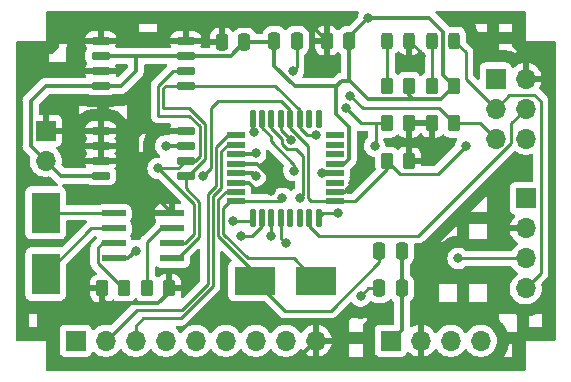
<source format=gtl>
%TF.GenerationSoftware,KiCad,Pcbnew,7.0.10*%
%TF.CreationDate,2024-01-18T02:20:14-05:00*%
%TF.ProjectId,Dattalogger_Board,44617474-616c-46f6-9767-65725f426f61,1*%
%TF.SameCoordinates,Original*%
%TF.FileFunction,Copper,L1,Top*%
%TF.FilePolarity,Positive*%
%FSLAX46Y46*%
G04 Gerber Fmt 4.6, Leading zero omitted, Abs format (unit mm)*
G04 Created by KiCad (PCBNEW 7.0.10) date 2024-01-18 02:20:14*
%MOMM*%
%LPD*%
G01*
G04 APERTURE LIST*
G04 Aperture macros list*
%AMRoundRect*
0 Rectangle with rounded corners*
0 $1 Rounding radius*
0 $2 $3 $4 $5 $6 $7 $8 $9 X,Y pos of 4 corners*
0 Add a 4 corners polygon primitive as box body*
4,1,4,$2,$3,$4,$5,$6,$7,$8,$9,$2,$3,0*
0 Add four circle primitives for the rounded corners*
1,1,$1+$1,$2,$3*
1,1,$1+$1,$4,$5*
1,1,$1+$1,$6,$7*
1,1,$1+$1,$8,$9*
0 Add four rect primitives between the rounded corners*
20,1,$1+$1,$2,$3,$4,$5,0*
20,1,$1+$1,$4,$5,$6,$7,0*
20,1,$1+$1,$6,$7,$8,$9,0*
20,1,$1+$1,$8,$9,$2,$3,0*%
G04 Aperture macros list end*
%TA.AperFunction,SMDPad,CuDef*%
%ADD10RoundRect,0.250000X-0.262500X-0.450000X0.262500X-0.450000X0.262500X0.450000X-0.262500X0.450000X0*%
%TD*%
%TA.AperFunction,SMDPad,CuDef*%
%ADD11RoundRect,0.250000X0.262500X0.450000X-0.262500X0.450000X-0.262500X-0.450000X0.262500X-0.450000X0*%
%TD*%
%TA.AperFunction,SMDPad,CuDef*%
%ADD12RoundRect,0.243750X-0.243750X-0.456250X0.243750X-0.456250X0.243750X0.456250X-0.243750X0.456250X0*%
%TD*%
%TA.AperFunction,SMDPad,CuDef*%
%ADD13RoundRect,0.250000X0.250000X0.475000X-0.250000X0.475000X-0.250000X-0.475000X0.250000X-0.475000X0*%
%TD*%
%TA.AperFunction,SMDPad,CuDef*%
%ADD14R,3.500000X2.400000*%
%TD*%
%TA.AperFunction,SMDPad,CuDef*%
%ADD15R,2.400000X3.500000*%
%TD*%
%TA.AperFunction,SMDPad,CuDef*%
%ADD16RoundRect,0.099000X-0.176000X-0.636000X0.176000X-0.636000X0.176000X0.636000X-0.176000X0.636000X0*%
%TD*%
%TA.AperFunction,SMDPad,CuDef*%
%ADD17RoundRect,0.038500X-0.696500X-0.236500X0.696500X-0.236500X0.696500X0.236500X-0.696500X0.236500X0*%
%TD*%
%TA.AperFunction,SMDPad,CuDef*%
%ADD18RoundRect,0.150000X-0.650000X-0.150000X0.650000X-0.150000X0.650000X0.150000X-0.650000X0.150000X0*%
%TD*%
%TA.AperFunction,SMDPad,CuDef*%
%ADD19RoundRect,0.041300X-0.943700X-0.253700X0.943700X-0.253700X0.943700X0.253700X-0.943700X0.253700X0*%
%TD*%
%TA.AperFunction,ComponentPad*%
%ADD20O,1.700000X1.700000*%
%TD*%
%TA.AperFunction,ComponentPad*%
%ADD21R,1.700000X1.700000*%
%TD*%
%TA.AperFunction,SMDPad,CuDef*%
%ADD22RoundRect,0.250000X-0.250000X-0.475000X0.250000X-0.475000X0.250000X0.475000X-0.250000X0.475000X0*%
%TD*%
%TA.AperFunction,ViaPad*%
%ADD23C,0.800000*%
%TD*%
%TA.AperFunction,Conductor*%
%ADD24C,0.350000*%
%TD*%
%TA.AperFunction,Conductor*%
%ADD25C,0.250000*%
%TD*%
G04 APERTURE END LIST*
D10*
%TO.P,R5,1*%
%TO.N,Net-(D2-K)*%
X161012500Y-69850000D03*
%TO.P,R5,2*%
%TO.N,GND*%
X162837500Y-69850000D03*
%TD*%
D11*
%TO.P,R4,1*%
%TO.N,/Vcc*%
X162837500Y-73025000D03*
%TO.P,R4,2*%
%TO.N,/SDA*%
X161012500Y-73025000D03*
%TD*%
%TO.P,R3,2*%
%TO.N,/SCK*%
X161012500Y-76200000D03*
%TO.P,R3,1*%
%TO.N,/Vcc*%
X162837500Y-76200000D03*
%TD*%
D12*
%TO.P,D2,2,A*%
%TO.N,/Vcc*%
X162862500Y-66040000D03*
%TO.P,D2,1,K*%
%TO.N,Net-(D2-K)*%
X160987500Y-66040000D03*
%TD*%
D13*
%TO.P,C4,1*%
%TO.N,GND*%
X162240000Y-86995000D03*
%TO.P,C4,2*%
%TO.N,Net-(U4-AREF)*%
X160340000Y-86995000D03*
%TD*%
%TO.P,C2,1*%
%TO.N,GND*%
X162240000Y-83820000D03*
%TO.P,C2,2*%
%TO.N,Net-(U4-PB6)*%
X160340000Y-83820000D03*
%TD*%
D14*
%TO.P,Y2,1*%
%TO.N,Net-(U4-PB6)*%
X149800000Y-86360000D03*
%TO.P,Y2,2*%
%TO.N,Net-(U4-PB7)*%
X155000000Y-86360000D03*
%TD*%
D15*
%TO.P,Y1,2*%
%TO.N,Net-(U2-X1)*%
X132080000Y-80585000D03*
%TO.P,Y1,1*%
%TO.N,Net-(U2-X2)*%
X132080000Y-85785000D03*
%TD*%
D16*
%TO.P,U4,32,PD2*%
%TO.N,/D2*%
X149600000Y-72665000D03*
%TO.P,U4,31,PD1*%
%TO.N,/TX*%
X150400000Y-72665000D03*
%TO.P,U4,30,PD0*%
%TO.N,/RX*%
X151200000Y-72665000D03*
%TO.P,U4,29,PC6/~{RESET}*%
%TO.N,/RESET*%
X152000000Y-72665000D03*
%TO.P,U4,28,PC5*%
%TO.N,/SCK*%
X152800000Y-72665000D03*
%TO.P,U4,27,PC4*%
%TO.N,/SDA*%
X153600000Y-72665000D03*
%TO.P,U4,26,PC3*%
%TO.N,unconnected-(U4-PC3-Pad26)*%
X154400000Y-72665000D03*
%TO.P,U4,25,PC2*%
%TO.N,unconnected-(U4-PC2-Pad25)*%
X155200000Y-72665000D03*
D17*
%TO.P,U4,24,PC1*%
%TO.N,unconnected-(U4-PC1-Pad24)*%
X156570000Y-74035000D03*
%TO.P,U4,23,PC0*%
%TO.N,unconnected-(U4-PC0-Pad23)*%
X156570000Y-74835000D03*
%TO.P,U4,22,ADC7*%
%TO.N,unconnected-(U4-ADC7-Pad22)*%
X156570000Y-75635000D03*
%TO.P,U4,21,GND*%
%TO.N,GND*%
X156570000Y-76435000D03*
%TO.P,U4,20,AREF*%
%TO.N,Net-(U4-AREF)*%
X156570000Y-77235000D03*
%TO.P,U4,19,ADC6*%
%TO.N,unconnected-(U4-ADC6-Pad19)*%
X156570000Y-78035000D03*
%TO.P,U4,18,AVCC*%
%TO.N,/Vcc*%
X156570000Y-78835000D03*
%TO.P,U4,17,PB5*%
%TO.N,/SCK*%
X156570000Y-79635000D03*
D16*
%TO.P,U4,16,PB4*%
%TO.N,/MISO*%
X155200000Y-81005000D03*
%TO.P,U4,15,PB3*%
%TO.N,/MOSI*%
X154400000Y-81005000D03*
%TO.P,U4,14,PB2*%
%TO.N,unconnected-(U4-PB2-Pad14)*%
X153600000Y-81005000D03*
%TO.P,U4,13,PB1*%
%TO.N,unconnected-(U4-PB1-Pad13)*%
X152800000Y-81005000D03*
%TO.P,U4,12,PB0*%
%TO.N,/D8*%
X152000000Y-81005000D03*
%TO.P,U4,11,PD7*%
%TO.N,/D7*%
X151200000Y-81005000D03*
%TO.P,U4,10,PD6*%
%TO.N,/D6*%
X150400000Y-81005000D03*
%TO.P,U4,9,PD5*%
%TO.N,/D5*%
X149600000Y-81005000D03*
D17*
%TO.P,U4,8,PB7*%
%TO.N,Net-(U4-PB7)*%
X148230000Y-79635000D03*
%TO.P,U4,7,PB6*%
%TO.N,Net-(U4-PB6)*%
X148230000Y-78835000D03*
%TO.P,U4,6,VCC*%
%TO.N,/Vcc*%
X148230000Y-78035000D03*
%TO.P,U4,5,GND*%
%TO.N,GND*%
X148230000Y-77235000D03*
%TO.P,U4,4,VCC*%
%TO.N,/Vcc*%
X148230000Y-76435000D03*
%TO.P,U4,3,GND*%
%TO.N,GND*%
X148230000Y-75635000D03*
%TO.P,U4,2,PD4*%
%TO.N,/D4*%
X148230000Y-74835000D03*
%TO.P,U4,1,PD3*%
%TO.N,/D3*%
X148230000Y-74035000D03*
%TD*%
D18*
%TO.P,U3,8,VCC*%
%TO.N,/Vcc*%
X143935000Y-66040000D03*
%TO.P,U3,7,WP*%
%TO.N,GND*%
X143935000Y-67310000D03*
%TO.P,U3,6,SCL*%
%TO.N,/SCK*%
X143935000Y-68580000D03*
%TO.P,U3,5,SDA*%
%TO.N,/SDA*%
X143935000Y-69850000D03*
%TO.P,U3,4,GND*%
%TO.N,GND*%
X136735000Y-69850000D03*
%TO.P,U3,3,A2*%
%TO.N,/Vcc*%
X136735000Y-68580000D03*
%TO.P,U3,2,A1*%
%TO.N,GND*%
X136735000Y-67310000D03*
%TO.P,U3,1,A0*%
%TO.N,/Vcc*%
X136735000Y-66040000D03*
%TD*%
D19*
%TO.P,U2,1,X1*%
%TO.N,Net-(U2-X1)*%
X137860000Y-80645000D03*
%TO.P,U2,2,X2*%
%TO.N,Net-(U2-X2)*%
X137860000Y-81915000D03*
%TO.P,U2,3,~{INTA}*%
%TO.N,Net-(U2-~{INTA})*%
X137860000Y-83185000D03*
%TO.P,U2,4,GND*%
%TO.N,GND*%
X137860000Y-84455000D03*
%TO.P,U2,5,SDA*%
%TO.N,/SDA*%
X142810000Y-84455000D03*
%TO.P,U2,6,SCL*%
%TO.N,/SCK*%
X142810000Y-83185000D03*
%TO.P,U2,7,SQW/~INT*%
%TO.N,Net-(U2-SQW{slash}~INT)*%
X142810000Y-81915000D03*
%TO.P,U2,8,VCC*%
%TO.N,/Vcc*%
X142810000Y-80645000D03*
%TD*%
D18*
%TO.P,U1,8,VCC*%
%TO.N,/Vcc*%
X143935000Y-73660000D03*
%TO.P,U1,7,WP*%
%TO.N,GND*%
X143935000Y-74930000D03*
%TO.P,U1,6,SCL*%
%TO.N,/SCK*%
X143935000Y-76200000D03*
%TO.P,U1,5,SDA*%
%TO.N,/SDA*%
X143935000Y-77470000D03*
%TO.P,U1,4,GND*%
%TO.N,GND*%
X136735000Y-77470000D03*
%TO.P,U1,3,A2*%
%TO.N,/Vcc*%
X136735000Y-76200000D03*
%TO.P,U1,2,A1*%
X136735000Y-74930000D03*
%TO.P,U1,1,A0*%
X136735000Y-73660000D03*
%TD*%
D11*
%TO.P,R7,2*%
%TO.N,Net-(D1-K)*%
X164822500Y-69850000D03*
%TO.P,R7,1*%
%TO.N,GND*%
X166647500Y-69850000D03*
%TD*%
D10*
%TO.P,R6,2*%
%TO.N,/RESET*%
X166647500Y-73025000D03*
%TO.P,R6,1*%
%TO.N,/Vcc*%
X164822500Y-73025000D03*
%TD*%
D11*
%TO.P,R2,1*%
%TO.N,/Vcc*%
X142517500Y-86995000D03*
%TO.P,R2,2*%
%TO.N,Net-(U2-SQW{slash}~INT)*%
X140692500Y-86995000D03*
%TD*%
D10*
%TO.P,R1,1*%
%TO.N,/Vcc*%
X136882500Y-86995000D03*
%TO.P,R1,2*%
%TO.N,Net-(U2-~{INTA})*%
X138707500Y-86995000D03*
%TD*%
D20*
%TO.P,J4,9,Pin_9*%
%TO.N,/Vcc*%
X154950000Y-91440000D03*
%TO.P,J4,8,Pin_8*%
%TO.N,GND*%
X152410000Y-91440000D03*
%TO.P,J4,7,Pin_7*%
%TO.N,/D8*%
X149870000Y-91440000D03*
%TO.P,J4,6,Pin_6*%
%TO.N,/D7*%
X147330000Y-91440000D03*
%TO.P,J4,5,Pin_5*%
%TO.N,/D6*%
X144790000Y-91440000D03*
%TO.P,J4,4,Pin_4*%
%TO.N,/D5*%
X142250000Y-91440000D03*
%TO.P,J4,3,Pin_3*%
%TO.N,/D4*%
X139710000Y-91440000D03*
%TO.P,J4,2,Pin_2*%
%TO.N,/D3*%
X137170000Y-91440000D03*
D21*
%TO.P,J4,1,Pin_1*%
%TO.N,/D2*%
X134630000Y-91440000D03*
%TD*%
D20*
%TO.P,J3,6,Pin_6*%
%TO.N,GND*%
X172715000Y-74310000D03*
%TO.P,J3,5,Pin_5*%
%TO.N,/RESET*%
X170175000Y-74310000D03*
%TO.P,J3,4,Pin_4*%
%TO.N,/MOSI*%
X172715000Y-71770000D03*
%TO.P,J3,3,Pin_3*%
%TO.N,/SCK*%
X170175000Y-71770000D03*
%TO.P,J3,2,Pin_2*%
%TO.N,/Vcc*%
X172715000Y-69230000D03*
D21*
%TO.P,J3,1,Pin_1*%
%TO.N,/MISO*%
X170175000Y-69230000D03*
%TD*%
%TO.P,J2,1,Pin_1*%
%TO.N,GND*%
X161300000Y-91440000D03*
D20*
%TO.P,J2,2,Pin_2*%
%TO.N,/Vcc*%
X163840000Y-91440000D03*
%TO.P,J2,3,Pin_3*%
%TO.N,/RX*%
X166380000Y-91440000D03*
%TO.P,J2,4,Pin_4*%
%TO.N,/TX*%
X168920000Y-91440000D03*
%TD*%
D21*
%TO.P,J1,1,Pin_1*%
%TO.N,GND*%
X172720000Y-79385000D03*
D20*
%TO.P,J1,2,Pin_2*%
%TO.N,/Vcc*%
X172720000Y-81925000D03*
%TO.P,J1,3,Pin_3*%
%TO.N,/SDA*%
X172720000Y-84465000D03*
%TO.P,J1,4,Pin_4*%
%TO.N,/SCK*%
X172720000Y-87005000D03*
%TD*%
D12*
%TO.P,D1,1,K*%
%TO.N,Net-(D1-K)*%
X164797500Y-66040000D03*
%TO.P,D1,2,A*%
%TO.N,/SCK*%
X166672500Y-66040000D03*
%TD*%
D22*
%TO.P,C5,2*%
%TO.N,GND*%
X157795000Y-66040000D03*
%TO.P,C5,1*%
%TO.N,/Vcc*%
X155895000Y-66040000D03*
%TD*%
%TO.P,C3,2*%
%TO.N,Net-(U4-PB7)*%
X153350000Y-66040000D03*
%TO.P,C3,1*%
%TO.N,GND*%
X151450000Y-66040000D03*
%TD*%
%TO.P,C1,2*%
%TO.N,GND*%
X148905000Y-66155000D03*
%TO.P,C1,1*%
%TO.N,/Vcc*%
X147005000Y-66155000D03*
%TD*%
D21*
%TO.P,BT1,1,+*%
%TO.N,/Vcc*%
X132080000Y-73655000D03*
D20*
%TO.P,BT1,2,-*%
%TO.N,GND*%
X132080000Y-76195000D03*
%TD*%
D23*
%TO.N,/Vcc*%
X151130000Y-78740000D03*
%TO.N,GND*%
X159385000Y-64135000D03*
%TO.N,/Vcc*%
X158115000Y-78105000D03*
X132715000Y-88900000D03*
X140335000Y-80645000D03*
%TO.N,/SDA*%
X157480000Y-71755000D03*
X155007762Y-73999965D03*
X167005000Y-84455000D03*
%TO.N,GND*%
X149860000Y-77470000D03*
X149860000Y-75565000D03*
%TO.N,Net-(U4-PB7)*%
X153035000Y-68580000D03*
X152130000Y-79375000D03*
%TO.N,Net-(U4-AREF)*%
X155444394Y-77210300D03*
X158750000Y-87630000D03*
%TO.N,/SDA*%
X159925000Y-74930000D03*
%TO.N,/RESET*%
X157884492Y-70715508D03*
X152852348Y-74477652D03*
%TO.N,/Vcc*%
X154940000Y-64135000D03*
X163830000Y-67310000D03*
%TO.N,/MISO*%
X156845000Y-80645000D03*
%TO.N,/SCK*%
X167640000Y-74930000D03*
%TO.N,/Vcc*%
X164465000Y-74930000D03*
%TO.N,/TX*%
X153095798Y-77020000D03*
%TO.N,/RX*%
X153580000Y-79375000D03*
%TO.N,/D8*%
X152400000Y-83185000D03*
%TO.N,/D7*%
X151130000Y-82550000D03*
%TO.N,/D6*%
X148590000Y-82550000D03*
%TO.N,/D5*%
X147955000Y-81280000D03*
%TO.N,/D2*%
X149707224Y-73774393D03*
%TO.N,/SCK*%
X145415000Y-77470000D03*
X141605000Y-76835000D03*
%TO.N,GND*%
X142240000Y-74930000D03*
X139700000Y-83820000D03*
%TD*%
D24*
%TO.N,/Vcc*%
X149963273Y-78740000D02*
X151130000Y-78740000D01*
X149258273Y-78035000D02*
X149963273Y-78740000D01*
X148230000Y-78035000D02*
X149258273Y-78035000D01*
X151130000Y-77573273D02*
X151130000Y-78740000D01*
X149991727Y-76435000D02*
X151130000Y-77573273D01*
X148230000Y-76435000D02*
X149991727Y-76435000D01*
D25*
%TO.N,Net-(U4-PB7)*%
X152130000Y-79375000D02*
X151870000Y-79635000D01*
X151870000Y-79635000D02*
X148230000Y-79635000D01*
%TO.N,/RX*%
X151200000Y-73461700D02*
X151200000Y-72665000D01*
X152127348Y-74389048D02*
X151200000Y-73461700D01*
X152127348Y-74777957D02*
X152127348Y-74389048D01*
X153855000Y-75750000D02*
X153307652Y-75202652D01*
X153855000Y-79100000D02*
X153855000Y-75750000D01*
X152552043Y-75202652D02*
X152127348Y-74777957D01*
X153580000Y-79375000D02*
X153855000Y-79100000D01*
X153307652Y-75202652D02*
X152552043Y-75202652D01*
%TO.N,/SCK*%
X152800000Y-73399999D02*
X152800000Y-72665000D01*
X154305000Y-74904999D02*
X152800000Y-73399999D01*
X154305000Y-79375000D02*
X154305000Y-74904999D01*
X154565000Y-79635000D02*
X154305000Y-79375000D01*
X156570000Y-79635000D02*
X154565000Y-79635000D01*
D24*
%TO.N,GND*%
X153186089Y-69897816D02*
X156654238Y-69897816D01*
X151450000Y-68161727D02*
X153186089Y-69897816D01*
X151450000Y-66040000D02*
X151450000Y-68161727D01*
X157795000Y-65725000D02*
X159385000Y-64135000D01*
X157795000Y-66040000D02*
X157795000Y-65725000D01*
X164545010Y-64135000D02*
X159385000Y-64135000D01*
X165710000Y-68912500D02*
X165710000Y-65299990D01*
X165710000Y-65299990D02*
X164545010Y-64135000D01*
X166647500Y-69850000D02*
X165710000Y-68912500D01*
D25*
%TO.N,/TX*%
X153095798Y-76522821D02*
X153095798Y-77020000D01*
X151130000Y-74129999D02*
X151130000Y-74557023D01*
X151130000Y-74557023D02*
X153095798Y-76522821D01*
X150400000Y-73399999D02*
X151130000Y-74129999D01*
X150400000Y-72665000D02*
X150400000Y-73399999D01*
D24*
%TO.N,/Vcc*%
X157385000Y-78835000D02*
X158115000Y-78105000D01*
X156570000Y-78835000D02*
X157385000Y-78835000D01*
%TO.N,GND*%
X157137511Y-69414543D02*
X157820965Y-69414543D01*
X156654238Y-72248794D02*
X156654238Y-69897816D01*
X157730000Y-76064556D02*
X157730000Y-73324556D01*
X157730000Y-73324556D02*
X156654238Y-72248794D01*
X157359556Y-76435000D02*
X157730000Y-76064556D01*
X156570000Y-76435000D02*
X157359556Y-76435000D01*
X156654238Y-69897816D02*
X157137511Y-69414543D01*
D25*
%TO.N,/RESET*%
X152000000Y-73625304D02*
X152000000Y-72665000D01*
X152852348Y-74477652D02*
X152000000Y-73625304D01*
X158923984Y-71755000D02*
X165377500Y-71755000D01*
X157884492Y-70715508D02*
X158923984Y-71755000D01*
X165377500Y-71755000D02*
X166647500Y-73025000D01*
%TO.N,/Vcc*%
X154940000Y-64135000D02*
X154940000Y-65085000D01*
X154940000Y-65085000D02*
X155895000Y-66040000D01*
%TO.N,Net-(U4-PB7)*%
X153350000Y-68265000D02*
X153350000Y-66040000D01*
X153035000Y-68580000D02*
X153350000Y-68265000D01*
D24*
%TO.N,GND*%
X162240000Y-83820000D02*
X162240000Y-86995000D01*
X162240000Y-86995000D02*
X162240000Y-90500000D01*
%TO.N,/Vcc*%
X140335000Y-73660000D02*
X143935000Y-73660000D01*
%TO.N,GND*%
X162837500Y-69850000D02*
X162837500Y-70617500D01*
X163195000Y-70975000D02*
X165522500Y-70975000D01*
X159381422Y-70975000D02*
X163195000Y-70975000D01*
X162837500Y-70617500D02*
X163195000Y-70975000D01*
X162240000Y-90500000D02*
X161300000Y-91440000D01*
X157795000Y-69388578D02*
X157820965Y-69414543D01*
X157795000Y-66040000D02*
X157795000Y-69388578D01*
D25*
%TO.N,/SDA*%
X158750000Y-73025000D02*
X161012500Y-73025000D01*
X157480000Y-71755000D02*
X158750000Y-73025000D01*
D24*
%TO.N,GND*%
X165522500Y-70975000D02*
X166647500Y-69850000D01*
X157820965Y-69414543D02*
X159381422Y-70975000D01*
%TO.N,/Vcc*%
X139065000Y-74930000D02*
X140335000Y-73660000D01*
X139065000Y-76200000D02*
X139065000Y-74930000D01*
%TO.N,GND*%
X130805000Y-71125000D02*
X132080000Y-69850000D01*
X130805000Y-74920000D02*
X130805000Y-71125000D01*
X132080000Y-69850000D02*
X136735000Y-69850000D01*
X132080000Y-76195000D02*
X130805000Y-74920000D01*
D25*
%TO.N,/MOSI*%
X171490000Y-72995000D02*
X172715000Y-71770000D01*
X155210001Y-82550000D02*
X163636701Y-82550000D01*
X163636701Y-82550000D02*
X171490000Y-74696701D01*
X154400000Y-81005000D02*
X154400000Y-81739999D01*
X154400000Y-81739999D02*
X155210001Y-82550000D01*
X171490000Y-74696701D02*
X171490000Y-72995000D01*
D24*
%TO.N,/Vcc*%
X132715000Y-88900000D02*
X132715000Y-90170000D01*
X153035000Y-93345000D02*
X153045000Y-93345000D01*
X153045000Y-93345000D02*
X154950000Y-91440000D01*
X133350000Y-93345000D02*
X153035000Y-93345000D01*
X142810000Y-80645000D02*
X140335000Y-80645000D01*
X136735000Y-66040000D02*
X143935000Y-66040000D01*
X139065000Y-76900000D02*
X139065000Y-76200000D01*
X142810000Y-80645000D02*
X139065000Y-76900000D01*
D25*
%TO.N,/SDA*%
X154199966Y-73999965D02*
X153600000Y-73399999D01*
X155007762Y-73999965D02*
X154199966Y-73999965D01*
X153600000Y-73399999D02*
X153600000Y-72665000D01*
X153600000Y-71930001D02*
X153600000Y-72665000D01*
X151519999Y-69850000D02*
X153600000Y-71930001D01*
X143935000Y-69850000D02*
X151519999Y-69850000D01*
X167005000Y-84455000D02*
X167015000Y-84465000D01*
X172720000Y-84465000D02*
X167005000Y-84455000D01*
X160020000Y-74835000D02*
X160020000Y-73025000D01*
X159925000Y-74930000D02*
X160020000Y-74835000D01*
X160020000Y-73025000D02*
X161012500Y-73025000D01*
%TO.N,/RESET*%
X168890000Y-73025000D02*
X166647500Y-73025000D01*
X170175000Y-74310000D02*
X168890000Y-73025000D01*
%TO.N,/D6*%
X149589999Y-82550000D02*
X150400000Y-81739999D01*
X150400000Y-81739999D02*
X150400000Y-81005000D01*
X148590000Y-82550000D02*
X149589999Y-82550000D01*
D24*
%TO.N,GND*%
X149860000Y-77470000D02*
X149625000Y-77235000D01*
X149625000Y-77235000D02*
X148230000Y-77235000D01*
D25*
%TO.N,Net-(U4-AREF)*%
X155469094Y-77235000D02*
X156570000Y-77235000D01*
X155444394Y-77210300D02*
X155469094Y-77235000D01*
D24*
%TO.N,GND*%
X149790000Y-75635000D02*
X149860000Y-75565000D01*
X148230000Y-75635000D02*
X149790000Y-75635000D01*
X142240000Y-74930000D02*
X143935000Y-74930000D01*
X148230000Y-75635000D02*
X148294898Y-75570102D01*
D25*
%TO.N,/D4*%
X139710000Y-90160000D02*
X139710000Y-91440000D01*
X140335000Y-89535000D02*
X139710000Y-90160000D01*
X146235000Y-86810000D02*
X143510000Y-89535000D01*
X146950000Y-78476396D02*
X146235000Y-79191396D01*
X147495001Y-74835000D02*
X146950000Y-75380001D01*
X146950000Y-75380001D02*
X146950000Y-78476396D01*
X143510000Y-89535000D02*
X140335000Y-89535000D01*
X148230000Y-74835000D02*
X147495001Y-74835000D01*
X146235000Y-79191396D02*
X146235000Y-86810000D01*
%TO.N,/D3*%
X143593604Y-88815000D02*
X139795000Y-88815000D01*
X139795000Y-88815000D02*
X137170000Y-91440000D01*
X146500000Y-78290000D02*
X145785000Y-79005000D01*
X145785000Y-79005000D02*
X145785000Y-86623604D01*
X147495001Y-74035000D02*
X146500000Y-75030001D01*
X148230000Y-74035000D02*
X147495001Y-74035000D01*
X146500000Y-75030001D02*
X146500000Y-78290000D01*
X145785000Y-86623604D02*
X143593604Y-88815000D01*
%TO.N,/SCK*%
X152800000Y-71930001D02*
X152800000Y-72665000D01*
X146685000Y-71120000D02*
X151989999Y-71120000D01*
X146050000Y-71755000D02*
X146685000Y-71120000D01*
X146050000Y-76835000D02*
X146050000Y-71755000D01*
X145415000Y-77470000D02*
X146050000Y-76835000D01*
X151989999Y-71120000D02*
X152800000Y-71930001D01*
%TO.N,/D2*%
X149600000Y-73667169D02*
X149600000Y-72665000D01*
X149707224Y-73774393D02*
X149600000Y-73667169D01*
%TO.N,Net-(U2-~{INTA})*%
X136875001Y-83185000D02*
X137860000Y-83185000D01*
X136500000Y-83560001D02*
X136875001Y-83185000D01*
X136500000Y-84882282D02*
X136500000Y-83560001D01*
X138707500Y-86995000D02*
X138612718Y-86995000D01*
X138612718Y-86995000D02*
X136500000Y-84882282D01*
D24*
%TO.N,GND*%
X137860000Y-84455000D02*
X139065000Y-84455000D01*
X139065000Y-84455000D02*
X139700000Y-83820000D01*
%TO.N,/Vcc*%
X164822500Y-74572500D02*
X164465000Y-74930000D01*
X164822500Y-73025000D02*
X164822500Y-74572500D01*
D25*
%TO.N,Net-(U4-AREF)*%
X159385000Y-86995000D02*
X158750000Y-87630000D01*
X160340000Y-86995000D02*
X159385000Y-86995000D01*
%TO.N,/SCK*%
X158277500Y-79635000D02*
X156570000Y-79635000D01*
X161012500Y-76900000D02*
X158277500Y-79635000D01*
X161012500Y-76200000D02*
X161012500Y-76900000D01*
%TO.N,/Vcc*%
X163830000Y-67007500D02*
X163830000Y-67310000D01*
X162862500Y-66040000D02*
X163830000Y-67007500D01*
%TO.N,/MISO*%
X155560000Y-80645000D02*
X155200000Y-81005000D01*
X156845000Y-80645000D02*
X155560000Y-80645000D01*
%TO.N,/SCK*%
X165295000Y-77275000D02*
X162087500Y-77275000D01*
X167640000Y-74930000D02*
X165295000Y-77275000D01*
X162087500Y-77275000D02*
X161012500Y-76200000D01*
D24*
%TO.N,/Vcc*%
X164465000Y-74930000D02*
X162837500Y-74930000D01*
X162837500Y-74930000D02*
X162837500Y-76200000D01*
X162837500Y-73025000D02*
X162837500Y-74930000D01*
D25*
%TO.N,/D8*%
X152000000Y-82785000D02*
X152000000Y-81005000D01*
X152400000Y-83185000D02*
X152000000Y-82785000D01*
%TO.N,/D7*%
X151200000Y-82480000D02*
X151130000Y-82550000D01*
X151200000Y-81005000D02*
X151200000Y-82480000D01*
%TO.N,/D5*%
X147955000Y-81280000D02*
X149325000Y-81280000D01*
X149325000Y-81280000D02*
X149600000Y-81005000D01*
%TO.N,/SCK*%
X144652588Y-82422588D02*
X143890176Y-83185000D01*
X144652588Y-79882588D02*
X144652588Y-82422588D01*
X141605000Y-76835000D02*
X144652588Y-79882588D01*
X143300000Y-76835000D02*
X143935000Y-76200000D01*
X143890176Y-83185000D02*
X142810000Y-83185000D01*
X141605000Y-76835000D02*
X143300000Y-76835000D01*
X145110000Y-73288382D02*
X144211618Y-72390000D01*
X141605000Y-72390000D02*
X141605000Y-69850000D01*
X144734999Y-76200000D02*
X145110000Y-75824999D01*
X145110000Y-75824999D02*
X145110000Y-73288382D01*
X144211618Y-72390000D02*
X141605000Y-72390000D01*
X141605000Y-69850000D02*
X142240000Y-69215000D01*
X142875000Y-68580000D02*
X142240000Y-69215000D01*
X143935000Y-68580000D02*
X142875000Y-68580000D01*
X143935000Y-76200000D02*
X144734999Y-76200000D01*
%TO.N,/SDA*%
X142241396Y-69850000D02*
X143935000Y-69850000D01*
X142055000Y-70036396D02*
X142241396Y-69850000D01*
X142055000Y-71755000D02*
X142055000Y-70036396D01*
X144213014Y-71755000D02*
X142055000Y-71755000D01*
X145560000Y-73101986D02*
X144213014Y-71755000D01*
X145560000Y-76055000D02*
X145560000Y-73101986D01*
X144145000Y-77470000D02*
X145560000Y-76055000D01*
X143935000Y-77470000D02*
X144145000Y-77470000D01*
D24*
%TO.N,/Vcc*%
X135890000Y-86995000D02*
X133350000Y-89535000D01*
X136882500Y-86995000D02*
X135890000Y-86995000D01*
D25*
%TO.N,Net-(U2-SQW{slash}~INT)*%
X140692500Y-83047501D02*
X140692500Y-86995000D01*
%TO.N,/SCK*%
X173990000Y-85735000D02*
X172720000Y-87005000D01*
X173990000Y-71120000D02*
X173990000Y-85735000D01*
X173465000Y-70595000D02*
X173990000Y-71120000D01*
X171350000Y-70595000D02*
X173465000Y-70595000D01*
X170175000Y-71770000D02*
X171350000Y-70595000D01*
D24*
%TO.N,/Vcc*%
X164822500Y-73025000D02*
X162837500Y-73025000D01*
D25*
%TO.N,Net-(D2-K)*%
X160987500Y-69825000D02*
X161012500Y-69850000D01*
X160987500Y-66040000D02*
X160987500Y-69825000D01*
%TO.N,Net-(D1-K)*%
X164797500Y-69825000D02*
X164822500Y-69850000D01*
X164797500Y-66040000D02*
X164797500Y-69825000D01*
%TO.N,/SCK*%
X167640000Y-69235000D02*
X170175000Y-71770000D01*
X167640000Y-67007500D02*
X167640000Y-69235000D01*
X166672500Y-66040000D02*
X167640000Y-67007500D01*
%TO.N,Net-(U4-PB6)*%
X152340000Y-88900000D02*
X149800000Y-86360000D01*
X156210000Y-88900000D02*
X152340000Y-88900000D01*
X160340000Y-84770000D02*
X156210000Y-88900000D01*
X160340000Y-83820000D02*
X160340000Y-84770000D01*
X147320000Y-78835000D02*
X148230000Y-78835000D01*
X146685000Y-79470000D02*
X147320000Y-78835000D01*
X149800000Y-85666396D02*
X146685000Y-82551396D01*
X149800000Y-86360000D02*
X149800000Y-85666396D01*
X146685000Y-82551396D02*
X146685000Y-79470000D01*
%TO.N,Net-(U4-PB7)*%
X147135000Y-80195000D02*
X147695000Y-79635000D01*
X147135000Y-82365000D02*
X147135000Y-80195000D01*
X149225000Y-84455000D02*
X147135000Y-82365000D01*
X147695000Y-79635000D02*
X148230000Y-79635000D01*
X153095000Y-84455000D02*
X149225000Y-84455000D01*
X155000000Y-86360000D02*
X153095000Y-84455000D01*
%TO.N,Net-(U2-X2)*%
X135950000Y-81915000D02*
X132080000Y-85785000D01*
X137860000Y-81915000D02*
X135950000Y-81915000D01*
%TO.N,/SDA*%
X143935000Y-78528604D02*
X143935000Y-77470000D01*
X145102588Y-79696192D02*
X143935000Y-78528604D01*
X145102588Y-82608984D02*
X145102588Y-79696192D01*
X143256572Y-84455000D02*
X145102588Y-82608984D01*
X142810000Y-84455000D02*
X143256572Y-84455000D01*
X142810000Y-84455000D02*
X143325000Y-84455000D01*
D24*
%TO.N,/Vcc*%
X132715000Y-92710000D02*
X133350000Y-93345000D01*
X132715000Y-90170000D02*
X132715000Y-92710000D01*
X133350000Y-89535000D02*
X132715000Y-90170000D01*
X141605000Y-88265000D02*
X137160000Y-88265000D01*
X137160000Y-88265000D02*
X136882500Y-87987500D01*
X142517500Y-87352500D02*
X141605000Y-88265000D01*
X142517500Y-86995000D02*
X142517500Y-87352500D01*
X136882500Y-87987500D02*
X136882500Y-86995000D01*
D25*
%TO.N,Net-(U2-SQW{slash}~INT)*%
X141825001Y-81915000D02*
X140692500Y-83047501D01*
X142810000Y-81915000D02*
X141825001Y-81915000D01*
%TO.N,Net-(U2-X1)*%
X137800000Y-80585000D02*
X137860000Y-80645000D01*
X132080000Y-80585000D02*
X137800000Y-80585000D01*
%TO.N,Net-(U2-X2)*%
X132080000Y-85785000D02*
X132080000Y-85725000D01*
D24*
%TO.N,GND*%
X148905000Y-66155000D02*
X151335000Y-66155000D01*
X151335000Y-66155000D02*
X151450000Y-66040000D01*
X148905000Y-66155000D02*
X147750000Y-67310000D01*
X147750000Y-67310000D02*
X143935000Y-67310000D01*
%TO.N,/Vcc*%
X143935000Y-66040000D02*
X146890000Y-66040000D01*
X146890000Y-66040000D02*
X147005000Y-66155000D01*
X134620000Y-68580000D02*
X136735000Y-68580000D01*
X133985000Y-67945000D02*
X134620000Y-68580000D01*
X133985000Y-66675000D02*
X133985000Y-67945000D01*
X134620000Y-66040000D02*
X133985000Y-66675000D01*
X136735000Y-66040000D02*
X134620000Y-66040000D01*
%TO.N,GND*%
X139700000Y-68580000D02*
X139700000Y-67310000D01*
X136735000Y-67310000D02*
X139700000Y-67310000D01*
X138430000Y-69850000D02*
X139700000Y-68580000D01*
X136735000Y-69850000D02*
X138430000Y-69850000D01*
X139700000Y-67310000D02*
X143935000Y-67310000D01*
X133355000Y-77470000D02*
X132080000Y-76195000D01*
X136735000Y-77470000D02*
X133355000Y-77470000D01*
%TO.N,/Vcc*%
X136735000Y-76200000D02*
X139065000Y-76200000D01*
X136735000Y-73660000D02*
X136735000Y-76200000D01*
%TD*%
%TA.AperFunction,Conductor*%
%TO.N,/Vcc*%
G36*
X158552167Y-63520502D02*
G01*
X158598660Y-63574158D01*
X158608764Y-63644432D01*
X158593166Y-63689497D01*
X158571692Y-63726692D01*
X158550474Y-63763443D01*
X158550473Y-63763445D01*
X158491459Y-63945067D01*
X158491458Y-63945069D01*
X158491458Y-63945072D01*
X158490018Y-63958775D01*
X158482397Y-64031278D01*
X158455383Y-64096935D01*
X158446182Y-64107201D01*
X157783788Y-64769595D01*
X157721476Y-64803621D01*
X157694694Y-64806500D01*
X157494455Y-64806500D01*
X157390574Y-64817112D01*
X157222261Y-64872885D01*
X157071347Y-64965970D01*
X157071341Y-64965975D01*
X156945971Y-65091345D01*
X156943511Y-65094457D01*
X156941281Y-65096035D01*
X156940780Y-65096537D01*
X156940694Y-65096451D01*
X156885568Y-65135483D01*
X156814643Y-65138671D01*
X156753254Y-65103008D01*
X156745837Y-65094446D01*
X156743632Y-65091657D01*
X156618345Y-64966370D01*
X156618339Y-64966365D01*
X156467525Y-64873342D01*
X156299321Y-64817606D01*
X156299318Y-64817605D01*
X156195516Y-64807000D01*
X156149000Y-64807000D01*
X156149000Y-67273000D01*
X156195517Y-67273000D01*
X156195516Y-67272999D01*
X156299318Y-67262394D01*
X156299321Y-67262393D01*
X156467525Y-67206657D01*
X156618339Y-67113634D01*
X156618345Y-67113629D01*
X156743624Y-66988350D01*
X156745832Y-66985558D01*
X156747837Y-66984137D01*
X156748825Y-66983150D01*
X156748993Y-66983318D01*
X156803768Y-66944522D01*
X156874693Y-66941323D01*
X156936088Y-66976976D01*
X156943515Y-66985547D01*
X156945974Y-66988657D01*
X157074595Y-67117278D01*
X157108621Y-67179590D01*
X157111500Y-67206373D01*
X157111500Y-68617554D01*
X157091498Y-68685675D01*
X157037842Y-68732168D01*
X157000689Y-68742635D01*
X156972741Y-68746028D01*
X156967892Y-68747867D01*
X156963908Y-68749378D01*
X156941951Y-68755498D01*
X156937373Y-68756337D01*
X156932673Y-68757199D01*
X156879299Y-68781220D01*
X156872271Y-68784131D01*
X156817541Y-68804888D01*
X156817536Y-68804890D01*
X156809766Y-68810253D01*
X156789919Y-68821446D01*
X156781318Y-68825317D01*
X156735235Y-68861420D01*
X156729108Y-68865928D01*
X156680936Y-68899179D01*
X156642123Y-68942989D01*
X156636908Y-68948529D01*
X156408028Y-69177411D01*
X156345716Y-69211436D01*
X156318932Y-69214316D01*
X153936061Y-69214316D01*
X153867940Y-69194314D01*
X153821447Y-69140658D01*
X153811343Y-69070384D01*
X153826942Y-69025316D01*
X153840747Y-69001405D01*
X153869527Y-68951556D01*
X153928542Y-68769928D01*
X153948504Y-68580000D01*
X153943515Y-68532536D01*
X153946782Y-68488035D01*
X153948733Y-68480435D01*
X153955138Y-68461730D01*
X153963181Y-68443145D01*
X153970096Y-68399481D01*
X153972504Y-68387852D01*
X153977970Y-68366566D01*
X153983500Y-68345030D01*
X153983500Y-68324775D01*
X153985051Y-68305063D01*
X153988220Y-68285057D01*
X153984059Y-68241036D01*
X153983500Y-68229179D01*
X153983500Y-67239959D01*
X154003502Y-67171838D01*
X154043354Y-67132718D01*
X154046845Y-67130564D01*
X154073652Y-67114030D01*
X154199030Y-66988652D01*
X154292115Y-66837738D01*
X154347887Y-66669426D01*
X154358500Y-66565545D01*
X154358500Y-66294000D01*
X154887000Y-66294000D01*
X154887000Y-66565516D01*
X154897605Y-66669318D01*
X154897606Y-66669321D01*
X154953342Y-66837525D01*
X155046365Y-66988339D01*
X155046370Y-66988345D01*
X155171654Y-67113629D01*
X155171660Y-67113634D01*
X155322474Y-67206657D01*
X155490678Y-67262393D01*
X155490681Y-67262394D01*
X155594483Y-67272999D01*
X155594483Y-67273000D01*
X155641000Y-67273000D01*
X155641000Y-66294000D01*
X154887000Y-66294000D01*
X154358500Y-66294000D01*
X154358499Y-65786000D01*
X154887000Y-65786000D01*
X155641000Y-65786000D01*
X155641000Y-64807000D01*
X155594483Y-64807000D01*
X155490681Y-64817605D01*
X155490678Y-64817606D01*
X155322474Y-64873342D01*
X155171660Y-64966365D01*
X155171654Y-64966370D01*
X155046370Y-65091654D01*
X155046365Y-65091660D01*
X154953342Y-65242474D01*
X154897606Y-65410678D01*
X154897605Y-65410681D01*
X154887000Y-65514483D01*
X154887000Y-65786000D01*
X154358499Y-65786000D01*
X154358499Y-65514456D01*
X154347887Y-65410574D01*
X154292115Y-65242262D01*
X154199030Y-65091348D01*
X154199027Y-65091345D01*
X154199024Y-65091341D01*
X154073658Y-64965975D01*
X154073652Y-64965970D01*
X154035763Y-64942600D01*
X153922738Y-64872885D01*
X153759581Y-64818821D01*
X153754427Y-64817113D01*
X153754420Y-64817112D01*
X153650553Y-64806500D01*
X153049455Y-64806500D01*
X152945574Y-64817112D01*
X152777261Y-64872885D01*
X152626347Y-64965970D01*
X152626341Y-64965975D01*
X152500972Y-65091344D01*
X152498834Y-65094049D01*
X152496895Y-65095421D01*
X152495780Y-65096537D01*
X152495589Y-65096346D01*
X152440892Y-65135076D01*
X152369967Y-65138264D01*
X152308577Y-65102602D01*
X152301166Y-65094049D01*
X152299027Y-65091344D01*
X152173658Y-64965975D01*
X152173652Y-64965970D01*
X152135763Y-64942600D01*
X152022738Y-64872885D01*
X151859581Y-64818821D01*
X151854427Y-64817113D01*
X151854420Y-64817112D01*
X151750553Y-64806500D01*
X151149455Y-64806500D01*
X151045574Y-64817112D01*
X150877261Y-64872885D01*
X150726347Y-64965970D01*
X150726341Y-64965975D01*
X150600975Y-65091341D01*
X150600970Y-65091347D01*
X150527146Y-65211035D01*
X150507885Y-65242262D01*
X150460543Y-65385133D01*
X150420130Y-65443504D01*
X150354574Y-65470760D01*
X150340939Y-65471500D01*
X149975955Y-65471500D01*
X149907834Y-65451498D01*
X149861341Y-65397842D01*
X149856351Y-65385133D01*
X149847116Y-65357265D01*
X149847115Y-65357264D01*
X149847115Y-65357262D01*
X149754030Y-65206348D01*
X149754027Y-65206345D01*
X149754024Y-65206341D01*
X149628658Y-65080975D01*
X149628652Y-65080970D01*
X149579280Y-65050517D01*
X149477738Y-64987885D01*
X149393582Y-64959999D01*
X149309427Y-64932113D01*
X149309420Y-64932112D01*
X149205553Y-64921500D01*
X148604455Y-64921500D01*
X148500574Y-64932112D01*
X148332261Y-64987885D01*
X148181347Y-65080970D01*
X148181341Y-65080975D01*
X148055971Y-65206345D01*
X148053511Y-65209457D01*
X148051281Y-65211035D01*
X148050780Y-65211537D01*
X148050694Y-65211451D01*
X147995568Y-65250483D01*
X147924643Y-65253671D01*
X147863254Y-65218008D01*
X147855837Y-65209446D01*
X147853632Y-65206657D01*
X147728345Y-65081370D01*
X147728339Y-65081365D01*
X147577525Y-64988342D01*
X147409321Y-64932606D01*
X147409318Y-64932605D01*
X147305516Y-64922000D01*
X147259000Y-64922000D01*
X147259000Y-66283000D01*
X147238998Y-66351121D01*
X147185342Y-66397614D01*
X147133000Y-66409000D01*
X145997000Y-66409000D01*
X145997000Y-66500500D01*
X145976998Y-66568621D01*
X145923342Y-66615114D01*
X145871000Y-66626500D01*
X145310592Y-66626500D01*
X145242471Y-66606498D01*
X145195978Y-66552842D01*
X145185874Y-66482568D01*
X145191931Y-66461146D01*
X145191470Y-66461012D01*
X145239993Y-66294000D01*
X142630007Y-66294000D01*
X142678530Y-66461012D01*
X142676425Y-66461623D01*
X142683740Y-66520933D01*
X142652956Y-66584908D01*
X142592471Y-66622085D01*
X142559408Y-66626500D01*
X138110592Y-66626500D01*
X138042471Y-66606498D01*
X137995978Y-66552842D01*
X137985874Y-66482568D01*
X137991931Y-66461146D01*
X137991470Y-66461012D01*
X138039993Y-66294000D01*
X135430007Y-66294000D01*
X135476318Y-66453401D01*
X135560946Y-66596498D01*
X135561616Y-66597362D01*
X135561930Y-66598162D01*
X135564981Y-66603321D01*
X135564148Y-66603813D01*
X135587563Y-66663448D01*
X135573662Y-66733070D01*
X135561625Y-66751802D01*
X135560551Y-66753186D01*
X135475856Y-66896396D01*
X135475855Y-66896398D01*
X135475855Y-66896399D01*
X135474654Y-66900533D01*
X135429437Y-67056170D01*
X135429437Y-67056171D01*
X135426500Y-67093488D01*
X135426500Y-67526511D01*
X135429437Y-67563828D01*
X135429437Y-67563829D01*
X135475856Y-67723605D01*
X135560544Y-67866803D01*
X135561615Y-67868184D01*
X135562117Y-67869463D01*
X135564582Y-67873631D01*
X135563909Y-67874028D01*
X135587562Y-67934270D01*
X135573662Y-68003892D01*
X135561614Y-68022639D01*
X135560946Y-68023499D01*
X135476318Y-68166598D01*
X135430007Y-68326000D01*
X138039992Y-68326000D01*
X137991470Y-68158988D01*
X137993574Y-68158376D01*
X137986260Y-68099067D01*
X138017044Y-68035092D01*
X138077529Y-67997915D01*
X138110592Y-67993500D01*
X138890500Y-67993500D01*
X138958621Y-68013502D01*
X139005114Y-68067158D01*
X139016500Y-68119500D01*
X139016500Y-68244695D01*
X138996498Y-68312816D01*
X138979599Y-68333785D01*
X138591152Y-68722233D01*
X138207064Y-69106321D01*
X138144752Y-69140346D01*
X138073936Y-69135281D01*
X138017101Y-69092734D01*
X137992290Y-69026214D01*
X137996972Y-68982071D01*
X138039992Y-68834000D01*
X135430007Y-68834000D01*
X135478530Y-69001012D01*
X135476425Y-69001623D01*
X135483740Y-69060933D01*
X135452956Y-69124908D01*
X135392471Y-69162085D01*
X135359408Y-69166500D01*
X132104459Y-69166500D01*
X132096852Y-69166270D01*
X132079459Y-69165218D01*
X132038428Y-69162736D01*
X132038427Y-69162736D01*
X132038425Y-69162736D01*
X131980857Y-69173285D01*
X131973336Y-69174430D01*
X131915230Y-69181485D01*
X131910381Y-69183324D01*
X131906397Y-69184835D01*
X131884440Y-69190955D01*
X131880963Y-69191593D01*
X131875162Y-69192656D01*
X131821788Y-69216677D01*
X131814760Y-69219588D01*
X131760030Y-69240345D01*
X131760025Y-69240347D01*
X131752255Y-69245710D01*
X131732408Y-69256903D01*
X131723807Y-69260774D01*
X131677724Y-69296877D01*
X131671597Y-69301385D01*
X131623425Y-69334636D01*
X131584604Y-69378455D01*
X131579388Y-69383995D01*
X130338995Y-70624388D01*
X130333455Y-70629604D01*
X130289636Y-70668425D01*
X130256385Y-70716597D01*
X130251882Y-70722716D01*
X130242965Y-70734099D01*
X130215774Y-70768807D01*
X130211903Y-70777408D01*
X130200710Y-70797255D01*
X130195347Y-70805025D01*
X130195345Y-70805030D01*
X130174588Y-70859760D01*
X130171677Y-70866788D01*
X130147656Y-70920162D01*
X130145956Y-70929439D01*
X130139834Y-70951401D01*
X130136485Y-70960230D01*
X130129430Y-71018336D01*
X130128285Y-71025857D01*
X130117736Y-71083425D01*
X130117736Y-71083427D01*
X130117736Y-71083428D01*
X130120850Y-71134901D01*
X130121270Y-71141850D01*
X130121500Y-71149458D01*
X130121500Y-74895540D01*
X130121270Y-74903147D01*
X130117736Y-74961572D01*
X130128285Y-75019140D01*
X130129430Y-75026663D01*
X130136485Y-75084769D01*
X130136488Y-75084778D01*
X130139833Y-75093600D01*
X130145954Y-75115554D01*
X130147655Y-75124836D01*
X130147656Y-75124839D01*
X130171675Y-75178206D01*
X130174588Y-75185238D01*
X130195345Y-75239970D01*
X130195346Y-75239973D01*
X130200704Y-75247735D01*
X130211907Y-75267599D01*
X130215774Y-75276193D01*
X130215777Y-75276197D01*
X130251871Y-75322268D01*
X130256382Y-75328398D01*
X130289635Y-75376573D01*
X130333465Y-75415403D01*
X130338989Y-75420604D01*
X130715844Y-75797459D01*
X130749870Y-75859771D01*
X130748894Y-75917483D01*
X130735437Y-75970626D01*
X130735436Y-75970629D01*
X130735436Y-75970632D01*
X130716844Y-76195000D01*
X130734489Y-76407944D01*
X130735437Y-76419375D01*
X130790702Y-76637612D01*
X130790703Y-76637613D01*
X130790704Y-76637616D01*
X130863873Y-76804426D01*
X130881141Y-76843793D01*
X131004275Y-77032265D01*
X131004279Y-77032270D01*
X131156762Y-77197908D01*
X131211331Y-77240381D01*
X131334424Y-77336189D01*
X131532426Y-77443342D01*
X131532427Y-77443342D01*
X131532428Y-77443343D01*
X131610078Y-77470000D01*
X131745365Y-77516444D01*
X131967431Y-77553500D01*
X131967435Y-77553500D01*
X132192564Y-77553500D01*
X132192569Y-77553500D01*
X132367972Y-77524230D01*
X132438452Y-77532747D01*
X132477802Y-77559417D01*
X132854387Y-77936002D01*
X132859604Y-77941543D01*
X132898427Y-77985365D01*
X132898428Y-77985366D01*
X132946592Y-78018611D01*
X132952722Y-78023122D01*
X132998800Y-78059222D01*
X132998802Y-78059223D01*
X133007403Y-78063094D01*
X133027268Y-78074297D01*
X133035030Y-78079655D01*
X133043028Y-78082688D01*
X133099630Y-78125545D01*
X133124075Y-78192201D01*
X133108604Y-78261491D01*
X133058127Y-78311417D01*
X132998349Y-78326500D01*
X130831350Y-78326500D01*
X130770803Y-78333009D01*
X130770795Y-78333011D01*
X130633797Y-78384110D01*
X130633792Y-78384112D01*
X130516738Y-78471738D01*
X130429112Y-78588792D01*
X130429110Y-78588797D01*
X130378011Y-78725795D01*
X130378009Y-78725803D01*
X130371500Y-78786350D01*
X130371500Y-82383649D01*
X130378009Y-82444196D01*
X130378011Y-82444204D01*
X130429110Y-82581202D01*
X130429112Y-82581207D01*
X130516738Y-82698261D01*
X130633792Y-82785887D01*
X130633794Y-82785888D01*
X130633796Y-82785889D01*
X130668996Y-82799018D01*
X130770795Y-82836988D01*
X130770803Y-82836990D01*
X130831350Y-82843499D01*
X130831355Y-82843499D01*
X130831362Y-82843500D01*
X130831368Y-82843500D01*
X133328632Y-82843500D01*
X133328638Y-82843500D01*
X133328645Y-82843499D01*
X133328649Y-82843499D01*
X133389196Y-82836990D01*
X133389199Y-82836989D01*
X133389201Y-82836989D01*
X133526204Y-82785889D01*
X133527594Y-82784849D01*
X133643261Y-82698261D01*
X133730887Y-82581207D01*
X133730887Y-82581206D01*
X133730889Y-82581204D01*
X133781989Y-82444201D01*
X133782366Y-82440700D01*
X133788499Y-82383649D01*
X133788500Y-82383632D01*
X133788500Y-81344500D01*
X133808502Y-81276379D01*
X133862158Y-81229886D01*
X133914500Y-81218500D01*
X135443087Y-81218500D01*
X135511208Y-81238502D01*
X135557701Y-81292158D01*
X135567805Y-81362432D01*
X135538311Y-81427012D01*
X135517151Y-81446434D01*
X135512894Y-81449526D01*
X135484711Y-81483593D01*
X135476723Y-81492370D01*
X133474159Y-83494934D01*
X133411847Y-83528960D01*
X133371598Y-83531117D01*
X133328654Y-83526501D01*
X133328642Y-83526500D01*
X133328638Y-83526500D01*
X130831362Y-83526500D01*
X130831350Y-83526500D01*
X130770803Y-83533009D01*
X130770795Y-83533011D01*
X130633797Y-83584110D01*
X130633792Y-83584112D01*
X130516738Y-83671738D01*
X130429112Y-83788792D01*
X130429110Y-83788797D01*
X130378011Y-83925795D01*
X130378009Y-83925803D01*
X130371500Y-83986350D01*
X130371500Y-87583649D01*
X130378009Y-87644196D01*
X130378011Y-87644204D01*
X130429110Y-87781202D01*
X130429112Y-87781207D01*
X130516738Y-87898261D01*
X130633792Y-87985887D01*
X130633794Y-87985888D01*
X130633796Y-87985889D01*
X130692825Y-88007906D01*
X130770795Y-88036988D01*
X130770803Y-88036990D01*
X130831350Y-88043499D01*
X130831355Y-88043499D01*
X130831362Y-88043500D01*
X130831368Y-88043500D01*
X133328632Y-88043500D01*
X133328638Y-88043500D01*
X133328645Y-88043499D01*
X133328649Y-88043499D01*
X133389196Y-88036990D01*
X133389199Y-88036989D01*
X133389201Y-88036989D01*
X133526204Y-87985889D01*
X133589303Y-87938654D01*
X133643261Y-87898261D01*
X133730887Y-87781207D01*
X133730887Y-87781206D01*
X133730889Y-87781204D01*
X133781989Y-87644201D01*
X133785813Y-87608638D01*
X133788499Y-87583649D01*
X133788500Y-87583632D01*
X133788500Y-87249000D01*
X135862000Y-87249000D01*
X135862000Y-87495516D01*
X135872605Y-87599318D01*
X135872606Y-87599321D01*
X135928342Y-87767525D01*
X136021365Y-87918339D01*
X136021370Y-87918345D01*
X136146654Y-88043629D01*
X136146660Y-88043634D01*
X136297474Y-88136657D01*
X136465678Y-88192393D01*
X136465681Y-88192394D01*
X136569483Y-88202999D01*
X136569483Y-88203000D01*
X136628500Y-88203000D01*
X136628500Y-87249000D01*
X135862000Y-87249000D01*
X133788500Y-87249000D01*
X133788500Y-85024594D01*
X133808502Y-84956473D01*
X133825405Y-84935499D01*
X136175499Y-82585405D01*
X136237811Y-82551379D01*
X136264594Y-82548500D01*
X136291118Y-82548500D01*
X136359239Y-82568502D01*
X136405732Y-82622158D01*
X136415836Y-82692432D01*
X136408332Y-82720726D01*
X136395122Y-82754222D01*
X136367003Y-82797091D01*
X136111336Y-83052758D01*
X136098901Y-83062721D01*
X136099089Y-83062948D01*
X136092982Y-83068000D01*
X136046370Y-83117636D01*
X136043620Y-83120474D01*
X136023863Y-83140232D01*
X136021374Y-83143440D01*
X136013688Y-83152437D01*
X135983418Y-83184674D01*
X135983411Y-83184684D01*
X135973651Y-83202436D01*
X135962803Y-83218951D01*
X135950386Y-83234959D01*
X135932824Y-83275541D01*
X135927604Y-83286196D01*
X135906305Y-83324940D01*
X135906303Y-83324945D01*
X135901267Y-83344560D01*
X135894864Y-83363263D01*
X135886819Y-83381853D01*
X135879901Y-83425526D01*
X135877495Y-83437143D01*
X135866500Y-83479969D01*
X135866500Y-83500224D01*
X135864949Y-83519934D01*
X135863178Y-83531117D01*
X135861780Y-83539944D01*
X135864630Y-83570097D01*
X135865941Y-83583962D01*
X135866500Y-83595820D01*
X135866500Y-84798428D01*
X135864751Y-84814270D01*
X135865044Y-84814298D01*
X135864298Y-84822189D01*
X135866438Y-84890266D01*
X135866500Y-84894225D01*
X135866500Y-84922133D01*
X135866501Y-84922151D01*
X135867007Y-84926159D01*
X135867937Y-84937978D01*
X135869326Y-84982170D01*
X135869327Y-84982175D01*
X135874977Y-85001621D01*
X135878986Y-85020979D01*
X135881525Y-85041075D01*
X135881526Y-85041082D01*
X135897800Y-85082185D01*
X135901644Y-85093411D01*
X135913982Y-85135875D01*
X135924294Y-85153313D01*
X135932988Y-85171061D01*
X135940444Y-85189891D01*
X135940450Y-85189902D01*
X135966432Y-85225663D01*
X135972949Y-85235583D01*
X135995458Y-85273644D01*
X135995459Y-85273645D01*
X135995461Y-85273648D01*
X136009779Y-85287966D01*
X136022617Y-85302996D01*
X136034526Y-85319386D01*
X136034530Y-85319391D01*
X136068598Y-85347574D01*
X136077378Y-85355564D01*
X136361598Y-85639784D01*
X136395624Y-85702096D01*
X136390559Y-85772911D01*
X136348012Y-85829747D01*
X136312139Y-85848483D01*
X136297475Y-85853342D01*
X136146660Y-85946365D01*
X136146654Y-85946370D01*
X136021370Y-86071654D01*
X136021365Y-86071660D01*
X135928342Y-86222474D01*
X135872606Y-86390678D01*
X135872605Y-86390681D01*
X135862000Y-86494483D01*
X135862000Y-86741000D01*
X137010500Y-86741000D01*
X137078621Y-86761002D01*
X137125114Y-86814658D01*
X137136500Y-86867000D01*
X137136500Y-88203000D01*
X137195517Y-88203000D01*
X137195516Y-88202999D01*
X137299318Y-88192394D01*
X137299321Y-88192393D01*
X137467525Y-88136657D01*
X137618339Y-88043634D01*
X137618345Y-88043629D01*
X137705551Y-87956424D01*
X137767863Y-87922398D01*
X137838678Y-87927463D01*
X137883741Y-87956424D01*
X137971341Y-88044024D01*
X137971347Y-88044029D01*
X137971348Y-88044030D01*
X138122262Y-88137115D01*
X138290574Y-88192887D01*
X138394455Y-88203500D01*
X139020544Y-88203499D01*
X139124426Y-88192887D01*
X139124429Y-88192886D01*
X139124431Y-88192886D01*
X139208387Y-88165066D01*
X139279342Y-88162625D01*
X139340352Y-88198933D01*
X139372047Y-88262462D01*
X139364365Y-88333042D01*
X139345101Y-88364990D01*
X139329699Y-88383606D01*
X139321713Y-88392381D01*
X137627793Y-90086300D01*
X137565481Y-90120326D01*
X137509781Y-90119382D01*
X137509776Y-90119414D01*
X137509563Y-90119378D01*
X137507759Y-90119348D01*
X137504643Y-90118558D01*
X137504635Y-90118556D01*
X137282569Y-90081500D01*
X137057431Y-90081500D01*
X136912971Y-90105606D01*
X136835369Y-90118555D01*
X136835360Y-90118557D01*
X136622428Y-90191656D01*
X136622426Y-90191658D01*
X136424426Y-90298810D01*
X136424424Y-90298811D01*
X136246762Y-90437091D01*
X136185754Y-90503363D01*
X136124901Y-90539933D01*
X136053936Y-90537798D01*
X135995391Y-90497636D01*
X135974999Y-90462057D01*
X135938683Y-90364693D01*
X135930889Y-90343796D01*
X135930888Y-90343794D01*
X135930887Y-90343792D01*
X135843261Y-90226738D01*
X135726207Y-90139112D01*
X135726202Y-90139110D01*
X135589204Y-90088011D01*
X135589196Y-90088009D01*
X135528649Y-90081500D01*
X135528638Y-90081500D01*
X133731362Y-90081500D01*
X133731350Y-90081500D01*
X133670803Y-90088009D01*
X133670795Y-90088011D01*
X133533797Y-90139110D01*
X133533792Y-90139112D01*
X133416738Y-90226738D01*
X133329112Y-90343792D01*
X133329110Y-90343797D01*
X133278011Y-90480795D01*
X133278009Y-90480803D01*
X133271500Y-90541350D01*
X133271500Y-92338649D01*
X133278009Y-92399196D01*
X133278011Y-92399204D01*
X133329110Y-92536202D01*
X133329112Y-92536207D01*
X133416738Y-92653261D01*
X133533792Y-92740887D01*
X133533794Y-92740888D01*
X133533796Y-92740889D01*
X133587600Y-92760957D01*
X133670795Y-92791988D01*
X133670803Y-92791990D01*
X133731350Y-92798499D01*
X133731355Y-92798499D01*
X133731362Y-92798500D01*
X133731368Y-92798500D01*
X135528632Y-92798500D01*
X135528638Y-92798500D01*
X135528645Y-92798499D01*
X135528649Y-92798499D01*
X135589196Y-92791990D01*
X135589199Y-92791989D01*
X135589201Y-92791989D01*
X135726204Y-92740889D01*
X135748934Y-92723874D01*
X135843261Y-92653261D01*
X135930886Y-92536208D01*
X135930885Y-92536208D01*
X135930889Y-92536204D01*
X135974999Y-92417939D01*
X136017545Y-92361107D01*
X136084066Y-92336296D01*
X136153440Y-92351388D01*
X136185753Y-92376635D01*
X136216292Y-92409809D01*
X136246762Y-92442908D01*
X136301331Y-92485381D01*
X136424424Y-92581189D01*
X136622426Y-92688342D01*
X136622427Y-92688342D01*
X136622428Y-92688343D01*
X136639970Y-92694365D01*
X136835365Y-92761444D01*
X137057431Y-92798500D01*
X137057435Y-92798500D01*
X137282565Y-92798500D01*
X137282569Y-92798500D01*
X137504635Y-92761444D01*
X137717574Y-92688342D01*
X137915576Y-92581189D01*
X138093240Y-92442906D01*
X138245722Y-92277268D01*
X138245927Y-92276955D01*
X138253137Y-92265918D01*
X138334518Y-92141354D01*
X138388520Y-92095268D01*
X138458868Y-92085692D01*
X138523225Y-92115669D01*
X138545480Y-92141353D01*
X138570934Y-92180312D01*
X138634275Y-92277265D01*
X138634279Y-92277270D01*
X138786762Y-92442908D01*
X138841331Y-92485381D01*
X138964424Y-92581189D01*
X139162426Y-92688342D01*
X139162427Y-92688342D01*
X139162428Y-92688343D01*
X139179970Y-92694365D01*
X139375365Y-92761444D01*
X139597431Y-92798500D01*
X139597435Y-92798500D01*
X139822565Y-92798500D01*
X139822569Y-92798500D01*
X140044635Y-92761444D01*
X140257574Y-92688342D01*
X140455576Y-92581189D01*
X140633240Y-92442906D01*
X140785722Y-92277268D01*
X140785927Y-92276955D01*
X140793137Y-92265918D01*
X140874518Y-92141354D01*
X140928520Y-92095268D01*
X140998868Y-92085692D01*
X141063225Y-92115669D01*
X141085480Y-92141353D01*
X141110934Y-92180312D01*
X141174275Y-92277265D01*
X141174279Y-92277270D01*
X141326762Y-92442908D01*
X141381331Y-92485381D01*
X141504424Y-92581189D01*
X141702426Y-92688342D01*
X141702427Y-92688342D01*
X141702428Y-92688343D01*
X141719970Y-92694365D01*
X141915365Y-92761444D01*
X142137431Y-92798500D01*
X142137435Y-92798500D01*
X142362565Y-92798500D01*
X142362569Y-92798500D01*
X142584635Y-92761444D01*
X142797574Y-92688342D01*
X142995576Y-92581189D01*
X143173240Y-92442906D01*
X143325722Y-92277268D01*
X143325927Y-92276955D01*
X143333137Y-92265918D01*
X143414518Y-92141354D01*
X143468520Y-92095268D01*
X143538868Y-92085692D01*
X143603225Y-92115669D01*
X143625480Y-92141353D01*
X143650934Y-92180312D01*
X143714275Y-92277265D01*
X143714279Y-92277270D01*
X143866762Y-92442908D01*
X143921331Y-92485381D01*
X144044424Y-92581189D01*
X144242426Y-92688342D01*
X144242427Y-92688342D01*
X144242428Y-92688343D01*
X144259970Y-92694365D01*
X144455365Y-92761444D01*
X144677431Y-92798500D01*
X144677435Y-92798500D01*
X144902565Y-92798500D01*
X144902569Y-92798500D01*
X145124635Y-92761444D01*
X145337574Y-92688342D01*
X145535576Y-92581189D01*
X145713240Y-92442906D01*
X145865722Y-92277268D01*
X145865927Y-92276955D01*
X145873137Y-92265918D01*
X145954518Y-92141354D01*
X146008520Y-92095268D01*
X146078868Y-92085692D01*
X146143225Y-92115669D01*
X146165480Y-92141353D01*
X146190934Y-92180312D01*
X146254275Y-92277265D01*
X146254279Y-92277270D01*
X146406762Y-92442908D01*
X146461331Y-92485381D01*
X146584424Y-92581189D01*
X146782426Y-92688342D01*
X146782427Y-92688342D01*
X146782428Y-92688343D01*
X146799970Y-92694365D01*
X146995365Y-92761444D01*
X147217431Y-92798500D01*
X147217435Y-92798500D01*
X147442565Y-92798500D01*
X147442569Y-92798500D01*
X147664635Y-92761444D01*
X147877574Y-92688342D01*
X148075576Y-92581189D01*
X148253240Y-92442906D01*
X148405722Y-92277268D01*
X148405927Y-92276955D01*
X148413137Y-92265918D01*
X148494518Y-92141354D01*
X148548520Y-92095268D01*
X148618868Y-92085692D01*
X148683225Y-92115669D01*
X148705480Y-92141353D01*
X148730934Y-92180312D01*
X148794275Y-92277265D01*
X148794279Y-92277270D01*
X148946762Y-92442908D01*
X149001331Y-92485381D01*
X149124424Y-92581189D01*
X149322426Y-92688342D01*
X149322427Y-92688342D01*
X149322428Y-92688343D01*
X149339970Y-92694365D01*
X149535365Y-92761444D01*
X149757431Y-92798500D01*
X149757435Y-92798500D01*
X149982565Y-92798500D01*
X149982569Y-92798500D01*
X150204635Y-92761444D01*
X150417574Y-92688342D01*
X150615576Y-92581189D01*
X150793240Y-92442906D01*
X150945722Y-92277268D01*
X150945927Y-92276955D01*
X150953137Y-92265918D01*
X151034518Y-92141354D01*
X151088520Y-92095268D01*
X151158868Y-92085692D01*
X151223225Y-92115669D01*
X151245480Y-92141353D01*
X151270934Y-92180312D01*
X151334275Y-92277265D01*
X151334279Y-92277270D01*
X151486762Y-92442908D01*
X151541331Y-92485381D01*
X151664424Y-92581189D01*
X151862426Y-92688342D01*
X151862427Y-92688342D01*
X151862428Y-92688343D01*
X151879970Y-92694365D01*
X152075365Y-92761444D01*
X152297431Y-92798500D01*
X152297435Y-92798500D01*
X152522565Y-92798500D01*
X152522569Y-92798500D01*
X152744635Y-92761444D01*
X152957574Y-92688342D01*
X153155576Y-92581189D01*
X153333240Y-92442906D01*
X153485722Y-92277268D01*
X153485927Y-92276955D01*
X153501122Y-92253695D01*
X153574816Y-92140898D01*
X153628819Y-92094810D01*
X153699167Y-92085235D01*
X153763524Y-92115212D01*
X153785782Y-92140898D01*
X153874674Y-92276958D01*
X154027097Y-92442534D01*
X154204698Y-92580767D01*
X154204699Y-92580768D01*
X154402628Y-92687882D01*
X154402630Y-92687883D01*
X154615483Y-92760955D01*
X154615492Y-92760957D01*
X154696000Y-92774391D01*
X154696000Y-91873674D01*
X154807685Y-91924680D01*
X154914237Y-91940000D01*
X154985763Y-91940000D01*
X155092315Y-91924680D01*
X155204000Y-91873674D01*
X155204000Y-92774390D01*
X155284507Y-92760957D01*
X155284516Y-92760955D01*
X155497369Y-92687883D01*
X155497371Y-92687882D01*
X155695300Y-92580768D01*
X155695301Y-92580767D01*
X155872902Y-92442534D01*
X156025325Y-92276958D01*
X156148419Y-92088548D01*
X156238820Y-91882456D01*
X156238823Y-91882449D01*
X156286544Y-91694000D01*
X155381116Y-91694000D01*
X155382080Y-91692500D01*
X157732500Y-91692500D01*
X157732500Y-92838000D01*
X159029441Y-92838000D01*
X170840607Y-92838000D01*
X171578000Y-92838000D01*
X171578000Y-91692500D01*
X171279708Y-91692500D01*
X171273370Y-91768989D01*
X171272833Y-91774167D01*
X171268939Y-91805412D01*
X171268188Y-91810563D01*
X171261289Y-91851916D01*
X171260326Y-91857038D01*
X171253858Y-91887887D01*
X171252683Y-91892962D01*
X171187122Y-92151856D01*
X171185740Y-92156876D01*
X171176754Y-92187061D01*
X171175166Y-92192020D01*
X171161554Y-92231673D01*
X171159761Y-92236562D01*
X171148307Y-92265918D01*
X171146314Y-92270732D01*
X171039034Y-92515307D01*
X171036843Y-92520033D01*
X171023006Y-92548337D01*
X171020623Y-92552967D01*
X171000668Y-92589841D01*
X170998093Y-92594372D01*
X170981968Y-92621432D01*
X170979212Y-92625847D01*
X170840607Y-92838000D01*
X159029441Y-92838000D01*
X158986873Y-92723874D01*
X158984355Y-92716421D01*
X158970533Y-92670862D01*
X158968484Y-92663261D01*
X158953905Y-92601572D01*
X158952335Y-92593861D01*
X158944294Y-92546906D01*
X158943208Y-92539106D01*
X158931857Y-92433519D01*
X158931541Y-92430156D01*
X158929904Y-92409809D01*
X158929678Y-92406442D01*
X158928226Y-92379330D01*
X158928091Y-92375966D01*
X158927545Y-92355582D01*
X158927500Y-92352208D01*
X158927500Y-91692500D01*
X157732500Y-91692500D01*
X155382080Y-91692500D01*
X155409493Y-91649844D01*
X155450000Y-91511889D01*
X155450000Y-91368111D01*
X155409493Y-91230156D01*
X155381116Y-91186000D01*
X156286544Y-91186000D01*
X156286544Y-91185999D01*
X156238823Y-90997550D01*
X156238820Y-90997543D01*
X156148419Y-90791451D01*
X156074625Y-90678500D01*
X157732500Y-90678500D01*
X158927500Y-90678500D01*
X158927500Y-90527792D01*
X158927545Y-90524418D01*
X158928091Y-90504034D01*
X158928226Y-90500670D01*
X158929678Y-90473558D01*
X158929904Y-90470191D01*
X158931541Y-90449844D01*
X158931857Y-90446481D01*
X158943208Y-90340894D01*
X158944294Y-90333094D01*
X158952335Y-90286139D01*
X158953905Y-90278428D01*
X158968484Y-90216739D01*
X158970533Y-90209138D01*
X158984355Y-90163579D01*
X158986873Y-90156126D01*
X159061704Y-89955501D01*
X159065144Y-89947196D01*
X159087746Y-89897700D01*
X159091772Y-89889656D01*
X159126493Y-89826065D01*
X159131083Y-89818329D01*
X159160518Y-89772525D01*
X159165649Y-89765134D01*
X159258500Y-89641100D01*
X159258500Y-89487365D01*
X159030327Y-89535865D01*
X159023839Y-89537067D01*
X158984406Y-89543312D01*
X158977863Y-89544173D01*
X158925039Y-89549723D01*
X158918465Y-89550240D01*
X158878628Y-89552327D01*
X158872036Y-89552500D01*
X158627964Y-89552500D01*
X158621372Y-89552327D01*
X158581535Y-89550240D01*
X158574961Y-89549723D01*
X158522137Y-89544173D01*
X158515594Y-89543312D01*
X158476161Y-89537067D01*
X158469673Y-89535865D01*
X158230911Y-89485115D01*
X158224496Y-89483574D01*
X158185949Y-89473245D01*
X158179624Y-89471372D01*
X158129111Y-89454959D01*
X158122895Y-89452758D01*
X158085638Y-89438457D01*
X158079542Y-89435932D01*
X158027257Y-89412653D01*
X157732500Y-89707411D01*
X157732500Y-90678500D01*
X156074625Y-90678500D01*
X156025325Y-90603041D01*
X155872902Y-90437465D01*
X155695301Y-90299232D01*
X155695300Y-90299231D01*
X155497371Y-90192117D01*
X155497369Y-90192116D01*
X155284512Y-90119043D01*
X155284501Y-90119040D01*
X155204000Y-90105606D01*
X155204000Y-91006325D01*
X155092315Y-90955320D01*
X154985763Y-90940000D01*
X154914237Y-90940000D01*
X154807685Y-90955320D01*
X154696000Y-91006325D01*
X154696000Y-90105607D01*
X154695999Y-90105606D01*
X154615498Y-90119040D01*
X154615487Y-90119043D01*
X154402630Y-90192116D01*
X154402628Y-90192117D01*
X154204699Y-90299231D01*
X154204698Y-90299232D01*
X154027097Y-90437465D01*
X153874670Y-90603045D01*
X153785780Y-90739101D01*
X153731776Y-90785189D01*
X153661428Y-90794764D01*
X153597071Y-90764786D01*
X153574816Y-90739101D01*
X153512317Y-90643438D01*
X153485724Y-90602734D01*
X153485720Y-90602729D01*
X153341881Y-90446481D01*
X153333240Y-90437094D01*
X153333239Y-90437093D01*
X153333237Y-90437091D01*
X153213367Y-90343792D01*
X153155576Y-90298811D01*
X152957574Y-90191658D01*
X152957572Y-90191657D01*
X152957571Y-90191656D01*
X152744639Y-90118557D01*
X152744630Y-90118555D01*
X152697604Y-90110708D01*
X152522569Y-90081500D01*
X152297431Y-90081500D01*
X152152971Y-90105606D01*
X152075369Y-90118555D01*
X152075360Y-90118557D01*
X151862428Y-90191656D01*
X151862426Y-90191658D01*
X151664426Y-90298810D01*
X151664424Y-90298811D01*
X151486762Y-90437091D01*
X151334279Y-90602729D01*
X151245483Y-90738643D01*
X151191479Y-90784731D01*
X151121131Y-90794306D01*
X151056774Y-90764329D01*
X151034517Y-90738643D01*
X150945720Y-90602729D01*
X150801881Y-90446481D01*
X150793240Y-90437094D01*
X150793239Y-90437093D01*
X150793237Y-90437091D01*
X150673367Y-90343792D01*
X150615576Y-90298811D01*
X150417574Y-90191658D01*
X150417572Y-90191657D01*
X150417571Y-90191656D01*
X150204639Y-90118557D01*
X150204630Y-90118555D01*
X150157604Y-90110708D01*
X149982569Y-90081500D01*
X149757431Y-90081500D01*
X149612971Y-90105606D01*
X149535369Y-90118555D01*
X149535360Y-90118557D01*
X149322428Y-90191656D01*
X149322426Y-90191658D01*
X149124426Y-90298810D01*
X149124424Y-90298811D01*
X148946762Y-90437091D01*
X148794279Y-90602729D01*
X148705483Y-90738643D01*
X148651479Y-90784731D01*
X148581131Y-90794306D01*
X148516774Y-90764329D01*
X148494517Y-90738643D01*
X148405720Y-90602729D01*
X148261881Y-90446481D01*
X148253240Y-90437094D01*
X148253239Y-90437093D01*
X148253237Y-90437091D01*
X148133367Y-90343792D01*
X148075576Y-90298811D01*
X147877574Y-90191658D01*
X147877572Y-90191657D01*
X147877571Y-90191656D01*
X147664639Y-90118557D01*
X147664630Y-90118555D01*
X147617604Y-90110708D01*
X147442569Y-90081500D01*
X147217431Y-90081500D01*
X147072971Y-90105606D01*
X146995369Y-90118555D01*
X146995360Y-90118557D01*
X146782428Y-90191656D01*
X146782426Y-90191658D01*
X146584426Y-90298810D01*
X146584424Y-90298811D01*
X146406762Y-90437091D01*
X146254279Y-90602729D01*
X146165483Y-90738643D01*
X146111479Y-90784731D01*
X146041131Y-90794306D01*
X145976774Y-90764329D01*
X145954517Y-90738643D01*
X145865720Y-90602729D01*
X145721881Y-90446481D01*
X145713240Y-90437094D01*
X145713239Y-90437093D01*
X145713237Y-90437091D01*
X145593367Y-90343792D01*
X145535576Y-90298811D01*
X145337574Y-90191658D01*
X145337572Y-90191657D01*
X145337571Y-90191656D01*
X145124639Y-90118557D01*
X145124630Y-90118555D01*
X145077604Y-90110708D01*
X144902569Y-90081500D01*
X144677431Y-90081500D01*
X144532971Y-90105606D01*
X144455369Y-90118555D01*
X144455360Y-90118557D01*
X144242428Y-90191656D01*
X144242426Y-90191658D01*
X144044426Y-90298810D01*
X144044424Y-90298811D01*
X143866762Y-90437091D01*
X143714279Y-90602729D01*
X143625483Y-90738643D01*
X143571479Y-90784731D01*
X143501131Y-90794306D01*
X143436774Y-90764329D01*
X143414517Y-90738643D01*
X143325720Y-90602729D01*
X143181881Y-90446481D01*
X143173240Y-90437094D01*
X143173239Y-90437093D01*
X143173237Y-90437091D01*
X143117786Y-90393932D01*
X143076315Y-90336306D01*
X143072581Y-90265408D01*
X143107771Y-90203746D01*
X143170712Y-90170898D01*
X143195177Y-90168500D01*
X143426147Y-90168500D01*
X143441988Y-90170249D01*
X143442016Y-90169956D01*
X143449902Y-90170700D01*
X143449909Y-90170702D01*
X143517986Y-90168562D01*
X143521945Y-90168500D01*
X143549851Y-90168500D01*
X143549856Y-90168500D01*
X143553867Y-90167992D01*
X143565699Y-90167061D01*
X143609889Y-90165673D01*
X143629347Y-90160019D01*
X143648694Y-90156013D01*
X143668797Y-90153474D01*
X143709910Y-90137195D01*
X143721130Y-90133353D01*
X143745913Y-90126154D01*
X143763591Y-90121019D01*
X143763595Y-90121017D01*
X143781026Y-90110708D01*
X143798780Y-90102009D01*
X143817617Y-90094552D01*
X143853392Y-90068558D01*
X143863298Y-90062051D01*
X143901362Y-90039542D01*
X143915685Y-90025218D01*
X143930724Y-90012374D01*
X143947107Y-90000472D01*
X143975303Y-89966386D01*
X143983272Y-89957630D01*
X146623660Y-87317243D01*
X146636098Y-87307280D01*
X146635910Y-87307053D01*
X146642016Y-87302001D01*
X146642015Y-87302001D01*
X146642018Y-87302000D01*
X146688661Y-87252328D01*
X146691351Y-87249552D01*
X146711135Y-87229770D01*
X146713614Y-87226573D01*
X146721311Y-87217559D01*
X146751586Y-87185321D01*
X146761346Y-87167565D01*
X146772195Y-87151050D01*
X146784614Y-87135041D01*
X146802179Y-87094446D01*
X146807384Y-87083821D01*
X146828695Y-87045060D01*
X146833733Y-87025434D01*
X146840137Y-87006732D01*
X146848180Y-86988147D01*
X146848179Y-86988147D01*
X146848181Y-86988145D01*
X146855096Y-86944481D01*
X146857504Y-86932852D01*
X146868500Y-86890030D01*
X146868500Y-86869775D01*
X146870051Y-86850063D01*
X146873220Y-86830057D01*
X146869059Y-86786036D01*
X146868500Y-86774179D01*
X146868500Y-83934990D01*
X146888502Y-83866869D01*
X146942158Y-83820376D01*
X147012432Y-83810272D01*
X147077012Y-83839766D01*
X147083595Y-83845895D01*
X147782763Y-84545063D01*
X147816789Y-84607375D01*
X147811724Y-84678190D01*
X147769177Y-84735026D01*
X147686738Y-84796738D01*
X147599112Y-84913792D01*
X147599110Y-84913797D01*
X147548011Y-85050795D01*
X147548009Y-85050803D01*
X147541500Y-85111350D01*
X147541500Y-87608649D01*
X147548009Y-87669196D01*
X147548011Y-87669204D01*
X147599110Y-87806202D01*
X147599112Y-87806207D01*
X147686738Y-87923261D01*
X147803792Y-88010887D01*
X147803794Y-88010888D01*
X147803796Y-88010889D01*
X147862875Y-88032924D01*
X147940795Y-88061988D01*
X147940803Y-88061990D01*
X148001350Y-88068499D01*
X148001355Y-88068499D01*
X148001362Y-88068500D01*
X150560406Y-88068500D01*
X150628527Y-88088502D01*
X150649501Y-88105405D01*
X151832753Y-89288657D01*
X151842720Y-89301097D01*
X151842947Y-89300910D01*
X151847999Y-89307017D01*
X151848000Y-89307018D01*
X151873965Y-89331401D01*
X151897666Y-89353657D01*
X151900510Y-89356414D01*
X151920226Y-89376131D01*
X151923423Y-89378611D01*
X151932444Y-89386316D01*
X151964679Y-89416586D01*
X151964680Y-89416586D01*
X151964682Y-89416588D01*
X151982429Y-89426344D01*
X151998959Y-89437202D01*
X152014959Y-89449613D01*
X152055536Y-89467172D01*
X152066187Y-89472390D01*
X152104940Y-89493695D01*
X152124562Y-89498733D01*
X152143263Y-89505135D01*
X152161855Y-89513181D01*
X152205522Y-89520096D01*
X152217125Y-89522498D01*
X152259970Y-89533500D01*
X152280231Y-89533500D01*
X152299939Y-89535050D01*
X152319943Y-89538219D01*
X152363954Y-89534058D01*
X152375811Y-89533500D01*
X156126147Y-89533500D01*
X156141988Y-89535249D01*
X156142016Y-89534956D01*
X156149902Y-89535700D01*
X156149909Y-89535702D01*
X156217986Y-89533562D01*
X156221945Y-89533500D01*
X156249851Y-89533500D01*
X156249856Y-89533500D01*
X156253867Y-89532992D01*
X156265699Y-89532061D01*
X156309889Y-89530673D01*
X156329347Y-89525019D01*
X156348694Y-89521013D01*
X156368797Y-89518474D01*
X156409910Y-89502195D01*
X156421130Y-89498353D01*
X156445913Y-89491154D01*
X156463591Y-89486019D01*
X156463595Y-89486017D01*
X156481026Y-89475708D01*
X156498780Y-89467009D01*
X156517617Y-89459552D01*
X156553392Y-89433558D01*
X156563298Y-89427051D01*
X156601362Y-89404542D01*
X156615685Y-89390218D01*
X156630724Y-89377374D01*
X156632435Y-89376131D01*
X156647107Y-89365472D01*
X156675303Y-89331386D01*
X156683272Y-89322630D01*
X157835581Y-88170321D01*
X157897891Y-88136297D01*
X157968706Y-88141362D01*
X158018310Y-88175108D01*
X158138744Y-88308864D01*
X158138747Y-88308866D01*
X158293248Y-88421118D01*
X158467712Y-88498794D01*
X158654513Y-88538500D01*
X158845487Y-88538500D01*
X159032288Y-88498794D01*
X159206752Y-88421118D01*
X159361253Y-88308866D01*
X159489040Y-88166944D01*
X159490125Y-88165066D01*
X159499295Y-88149182D01*
X159550676Y-88100187D01*
X159620389Y-88086748D01*
X159674561Y-88104936D01*
X159767262Y-88162115D01*
X159935574Y-88217887D01*
X160039455Y-88228500D01*
X160640544Y-88228499D01*
X160744426Y-88217887D01*
X160912738Y-88162115D01*
X161063652Y-88069030D01*
X161189030Y-87943652D01*
X161189031Y-87943649D01*
X161191162Y-87940956D01*
X161193098Y-87939584D01*
X161194220Y-87938463D01*
X161194411Y-87938654D01*
X161249101Y-87899925D01*
X161320026Y-87896733D01*
X161381418Y-87932392D01*
X161388838Y-87940956D01*
X161390971Y-87943654D01*
X161519595Y-88072278D01*
X161553621Y-88134590D01*
X161556500Y-88161373D01*
X161556500Y-89955500D01*
X161536498Y-90023621D01*
X161482842Y-90070114D01*
X161430500Y-90081500D01*
X160401350Y-90081500D01*
X160340803Y-90088009D01*
X160340795Y-90088011D01*
X160203797Y-90139110D01*
X160203792Y-90139112D01*
X160086738Y-90226738D01*
X159999112Y-90343792D01*
X159999110Y-90343797D01*
X159948011Y-90480795D01*
X159948009Y-90480803D01*
X159941500Y-90541350D01*
X159941500Y-92338649D01*
X159948009Y-92399196D01*
X159948011Y-92399204D01*
X159999110Y-92536202D01*
X159999112Y-92536207D01*
X160086738Y-92653261D01*
X160203792Y-92740887D01*
X160203794Y-92740888D01*
X160203796Y-92740889D01*
X160257600Y-92760957D01*
X160340795Y-92791988D01*
X160340803Y-92791990D01*
X160401350Y-92798499D01*
X160401355Y-92798499D01*
X160401362Y-92798500D01*
X160401368Y-92798500D01*
X162198632Y-92798500D01*
X162198638Y-92798500D01*
X162198645Y-92798499D01*
X162198649Y-92798499D01*
X162259196Y-92791990D01*
X162259199Y-92791989D01*
X162259201Y-92791989D01*
X162396204Y-92740889D01*
X162418934Y-92723874D01*
X162513261Y-92653261D01*
X162600886Y-92536208D01*
X162600885Y-92536208D01*
X162600889Y-92536204D01*
X162645196Y-92417413D01*
X162687741Y-92360581D01*
X162754262Y-92335770D01*
X162823636Y-92350862D01*
X162855952Y-92376112D01*
X162917097Y-92442534D01*
X163094698Y-92580767D01*
X163094699Y-92580768D01*
X163292628Y-92687882D01*
X163292630Y-92687883D01*
X163505483Y-92760955D01*
X163505492Y-92760957D01*
X163586000Y-92774391D01*
X163586000Y-91873674D01*
X163697685Y-91924680D01*
X163804237Y-91940000D01*
X163875763Y-91940000D01*
X163982315Y-91924680D01*
X164094000Y-91873674D01*
X164094000Y-92774390D01*
X164174507Y-92760957D01*
X164174516Y-92760955D01*
X164387369Y-92687883D01*
X164387371Y-92687882D01*
X164585300Y-92580768D01*
X164585301Y-92580767D01*
X164762902Y-92442534D01*
X164915327Y-92276955D01*
X165004217Y-92140899D01*
X165058220Y-92094810D01*
X165128568Y-92085235D01*
X165192925Y-92115212D01*
X165215183Y-92140898D01*
X165304279Y-92277270D01*
X165456762Y-92442908D01*
X165511331Y-92485381D01*
X165634424Y-92581189D01*
X165832426Y-92688342D01*
X165832427Y-92688342D01*
X165832428Y-92688343D01*
X165849970Y-92694365D01*
X166045365Y-92761444D01*
X166267431Y-92798500D01*
X166267435Y-92798500D01*
X166492565Y-92798500D01*
X166492569Y-92798500D01*
X166714635Y-92761444D01*
X166927574Y-92688342D01*
X167125576Y-92581189D01*
X167303240Y-92442906D01*
X167455722Y-92277268D01*
X167455927Y-92276955D01*
X167463137Y-92265918D01*
X167544518Y-92141354D01*
X167598520Y-92095268D01*
X167668868Y-92085692D01*
X167733225Y-92115669D01*
X167755480Y-92141353D01*
X167780934Y-92180312D01*
X167844275Y-92277265D01*
X167844279Y-92277270D01*
X167996762Y-92442908D01*
X168051331Y-92485381D01*
X168174424Y-92581189D01*
X168372426Y-92688342D01*
X168372427Y-92688342D01*
X168372428Y-92688343D01*
X168389970Y-92694365D01*
X168585365Y-92761444D01*
X168807431Y-92798500D01*
X168807435Y-92798500D01*
X169032565Y-92798500D01*
X169032569Y-92798500D01*
X169254635Y-92761444D01*
X169467574Y-92688342D01*
X169665576Y-92581189D01*
X169843240Y-92442906D01*
X169995722Y-92277268D01*
X169995927Y-92276955D01*
X170003137Y-92265918D01*
X170118860Y-92088791D01*
X170209296Y-91882616D01*
X170264564Y-91664368D01*
X170283156Y-91440000D01*
X170264564Y-91215632D01*
X170213769Y-91015048D01*
X170209297Y-90997387D01*
X170209296Y-90997386D01*
X170209296Y-90997384D01*
X170118860Y-90791209D01*
X170101500Y-90764637D01*
X169995724Y-90602734D01*
X169995720Y-90602729D01*
X169851881Y-90446481D01*
X169843240Y-90437094D01*
X169843239Y-90437093D01*
X169843237Y-90437091D01*
X169723367Y-90343792D01*
X169665576Y-90298811D01*
X169467574Y-90191658D01*
X169467572Y-90191657D01*
X169467571Y-90191656D01*
X169254639Y-90118557D01*
X169254630Y-90118555D01*
X169207604Y-90110708D01*
X169032569Y-90081500D01*
X168807431Y-90081500D01*
X168662971Y-90105606D01*
X168585369Y-90118555D01*
X168585360Y-90118557D01*
X168372428Y-90191656D01*
X168372426Y-90191658D01*
X168174426Y-90298810D01*
X168174424Y-90298811D01*
X167996762Y-90437091D01*
X167844279Y-90602729D01*
X167755483Y-90738643D01*
X167701479Y-90784731D01*
X167631131Y-90794306D01*
X167566774Y-90764329D01*
X167544517Y-90738643D01*
X167455720Y-90602729D01*
X167311881Y-90446481D01*
X167303240Y-90437094D01*
X167303239Y-90437093D01*
X167303237Y-90437091D01*
X167183367Y-90343792D01*
X167125576Y-90298811D01*
X166927574Y-90191658D01*
X166927572Y-90191657D01*
X166927571Y-90191656D01*
X166714639Y-90118557D01*
X166714630Y-90118555D01*
X166667604Y-90110708D01*
X166492569Y-90081500D01*
X166267431Y-90081500D01*
X166122971Y-90105606D01*
X166045369Y-90118555D01*
X166045360Y-90118557D01*
X165832428Y-90191656D01*
X165832426Y-90191658D01*
X165634426Y-90298810D01*
X165634424Y-90298811D01*
X165456762Y-90437091D01*
X165304279Y-90602729D01*
X165215183Y-90739101D01*
X165161179Y-90785189D01*
X165090831Y-90794764D01*
X165026474Y-90764786D01*
X165004217Y-90739100D01*
X164915327Y-90603044D01*
X164762902Y-90437465D01*
X164585301Y-90299232D01*
X164585300Y-90299231D01*
X164387371Y-90192117D01*
X164387369Y-90192116D01*
X164174512Y-90119043D01*
X164174501Y-90119040D01*
X164094000Y-90105606D01*
X164094000Y-91006325D01*
X163982315Y-90955320D01*
X163875763Y-90940000D01*
X163804237Y-90940000D01*
X163697685Y-90955320D01*
X163586000Y-91006325D01*
X163586000Y-90105607D01*
X163585999Y-90105606D01*
X163505498Y-90119040D01*
X163505487Y-90119043D01*
X163292630Y-90192116D01*
X163292628Y-90192117D01*
X163109469Y-90291239D01*
X163040039Y-90306069D01*
X162973613Y-90281009D01*
X162931280Y-90224014D01*
X162923500Y-90180425D01*
X162923500Y-89152500D01*
X170432500Y-89152500D01*
X170432500Y-89610789D01*
X170482608Y-89649791D01*
X170486655Y-89653077D01*
X170510714Y-89673456D01*
X170514619Y-89676906D01*
X170545461Y-89705302D01*
X170549214Y-89708904D01*
X170571468Y-89731159D01*
X170575072Y-89734914D01*
X170755946Y-89931393D01*
X170759393Y-89935297D01*
X170779766Y-89959351D01*
X170783054Y-89963400D01*
X170808805Y-89996489D01*
X170811913Y-90000657D01*
X170830210Y-90026283D01*
X170833149Y-90030585D01*
X170979212Y-90254153D01*
X170981968Y-90258568D01*
X170998093Y-90285628D01*
X171000668Y-90290159D01*
X171020623Y-90327033D01*
X171023006Y-90331663D01*
X171036843Y-90359967D01*
X171039034Y-90364693D01*
X171146314Y-90609268D01*
X171148307Y-90614082D01*
X171159761Y-90643438D01*
X171161554Y-90648327D01*
X171171912Y-90678500D01*
X171866469Y-90678500D01*
X171958500Y-90586469D01*
X171958500Y-90298000D01*
X172972500Y-90298000D01*
X174118000Y-90298000D01*
X174118000Y-89152500D01*
X173736564Y-89152500D01*
X173731750Y-89155105D01*
X173727120Y-89157488D01*
X173698824Y-89171321D01*
X173694100Y-89173511D01*
X173655705Y-89190353D01*
X173650896Y-89192345D01*
X173621542Y-89203800D01*
X173616648Y-89205594D01*
X173364058Y-89292308D01*
X173359100Y-89293896D01*
X173328918Y-89302882D01*
X173323897Y-89304265D01*
X173283253Y-89314558D01*
X173278179Y-89315732D01*
X173247334Y-89322200D01*
X173242213Y-89323164D01*
X172978793Y-89367120D01*
X172973643Y-89367870D01*
X172972500Y-89368012D01*
X172972500Y-90298000D01*
X171958500Y-90298000D01*
X171958500Y-89251989D01*
X171823352Y-89205594D01*
X171818458Y-89203800D01*
X171789104Y-89192345D01*
X171784295Y-89190353D01*
X171745900Y-89173511D01*
X171741176Y-89171321D01*
X171712880Y-89157488D01*
X171708250Y-89155105D01*
X171703436Y-89152500D01*
X170432500Y-89152500D01*
X162923500Y-89152500D01*
X162923500Y-88161373D01*
X162943502Y-88093252D01*
X162960405Y-88072278D01*
X163089024Y-87943658D01*
X163089030Y-87943652D01*
X163182115Y-87792738D01*
X163237887Y-87624426D01*
X163248500Y-87520545D01*
X163248499Y-86612500D01*
X165352500Y-86612500D01*
X165352500Y-88138500D01*
X166878500Y-88138500D01*
X166878500Y-86612500D01*
X167892500Y-86612500D01*
X167892500Y-88138500D01*
X169418500Y-88138500D01*
X169418500Y-86612500D01*
X167892500Y-86612500D01*
X166878500Y-86612500D01*
X165352500Y-86612500D01*
X163248499Y-86612500D01*
X163248499Y-86469456D01*
X163240451Y-86390678D01*
X163237887Y-86365574D01*
X163228284Y-86336593D01*
X163182115Y-86197262D01*
X163089030Y-86046348D01*
X163089029Y-86046347D01*
X163089024Y-86046341D01*
X162960405Y-85917722D01*
X162926379Y-85855410D01*
X162923500Y-85828627D01*
X162923500Y-84986373D01*
X162943502Y-84918252D01*
X162960405Y-84897278D01*
X163089024Y-84768658D01*
X163089030Y-84768652D01*
X163182115Y-84617738D01*
X163237887Y-84449426D01*
X163248500Y-84345545D01*
X163248499Y-83309499D01*
X163268501Y-83241379D01*
X163322157Y-83194886D01*
X163374499Y-83183500D01*
X163552848Y-83183500D01*
X163568689Y-83185249D01*
X163568717Y-83184956D01*
X163576603Y-83185700D01*
X163576610Y-83185702D01*
X163644687Y-83183562D01*
X163648646Y-83183500D01*
X163676552Y-83183500D01*
X163676557Y-83183500D01*
X163680568Y-83182992D01*
X163692400Y-83182061D01*
X163736590Y-83180673D01*
X163756048Y-83175019D01*
X163775395Y-83171013D01*
X163795498Y-83168474D01*
X163836611Y-83152195D01*
X163847831Y-83148353D01*
X163875792Y-83140231D01*
X163890292Y-83136019D01*
X163890296Y-83136017D01*
X163907727Y-83125708D01*
X163925481Y-83117009D01*
X163944318Y-83109552D01*
X163980093Y-83083558D01*
X163989999Y-83077051D01*
X164021370Y-83058500D01*
X165458112Y-83058500D01*
X165677124Y-83058500D01*
X165690738Y-83044886D01*
X165695525Y-83040343D01*
X165734998Y-83004803D01*
X165740015Y-83000518D01*
X165771022Y-82975411D01*
X165776252Y-82971398D01*
X165973716Y-82827932D01*
X165979151Y-82824197D01*
X166012614Y-82802465D01*
X166018237Y-82799018D01*
X166064236Y-82772459D01*
X166070037Y-82769310D01*
X166105600Y-82751190D01*
X166111553Y-82748350D01*
X166334542Y-82649068D01*
X166340638Y-82646543D01*
X166377895Y-82632242D01*
X166384111Y-82630041D01*
X166434624Y-82613628D01*
X166440949Y-82611755D01*
X166479496Y-82601426D01*
X166485911Y-82599885D01*
X166724673Y-82549135D01*
X166731161Y-82547933D01*
X166770594Y-82541688D01*
X166777137Y-82540827D01*
X166829961Y-82535277D01*
X166836535Y-82534760D01*
X166876372Y-82532673D01*
X166878500Y-82532617D01*
X166878500Y-81638112D01*
X165458112Y-83058500D01*
X164021370Y-83058500D01*
X164028063Y-83054542D01*
X164042386Y-83040218D01*
X164057425Y-83027374D01*
X164059136Y-83026131D01*
X164073808Y-83015472D01*
X164102004Y-82981386D01*
X164109973Y-82972630D01*
X165550103Y-81532500D01*
X167892500Y-81532500D01*
X167892500Y-82745702D01*
X167898448Y-82748351D01*
X167904400Y-82751190D01*
X167939963Y-82769310D01*
X167945764Y-82772459D01*
X167991763Y-82799018D01*
X167997386Y-82802465D01*
X168007832Y-82809249D01*
X169418500Y-82811717D01*
X169418500Y-81532500D01*
X167892500Y-81532500D01*
X165550103Y-81532500D01*
X166564103Y-80518500D01*
X167998112Y-80518500D01*
X169418500Y-80518500D01*
X169418500Y-79098112D01*
X167998112Y-80518500D01*
X166564103Y-80518500D01*
X171700678Y-75381926D01*
X171762986Y-75347903D01*
X171833801Y-75352968D01*
X171867158Y-75371591D01*
X171969424Y-75451189D01*
X172167426Y-75558342D01*
X172167427Y-75558342D01*
X172167428Y-75558343D01*
X172245611Y-75585183D01*
X172380365Y-75631444D01*
X172602431Y-75668500D01*
X172602435Y-75668500D01*
X172827565Y-75668500D01*
X172827569Y-75668500D01*
X173049635Y-75631444D01*
X173189588Y-75583397D01*
X173260512Y-75580198D01*
X173321908Y-75615850D01*
X173354282Y-75679035D01*
X173356500Y-75702571D01*
X173356500Y-77900500D01*
X173336498Y-77968621D01*
X173282842Y-78015114D01*
X173230500Y-78026500D01*
X171821350Y-78026500D01*
X171760803Y-78033009D01*
X171760795Y-78033011D01*
X171623797Y-78084110D01*
X171623792Y-78084112D01*
X171506738Y-78171738D01*
X171419112Y-78288792D01*
X171419110Y-78288797D01*
X171368011Y-78425795D01*
X171368009Y-78425803D01*
X171361500Y-78486350D01*
X171361500Y-80283649D01*
X171368009Y-80344196D01*
X171368011Y-80344204D01*
X171419110Y-80481202D01*
X171419112Y-80481207D01*
X171506738Y-80598261D01*
X171623792Y-80685887D01*
X171623796Y-80685889D01*
X171739312Y-80728975D01*
X171796148Y-80771522D01*
X171820958Y-80838042D01*
X171805866Y-80907416D01*
X171787981Y-80932367D01*
X171644674Y-81088041D01*
X171521580Y-81276451D01*
X171431179Y-81482543D01*
X171431176Y-81482550D01*
X171383455Y-81670999D01*
X171383456Y-81671000D01*
X172288884Y-81671000D01*
X172260507Y-81715156D01*
X172220000Y-81853111D01*
X172220000Y-81996889D01*
X172260507Y-82134844D01*
X172288884Y-82179000D01*
X171383455Y-82179000D01*
X171431176Y-82367449D01*
X171431179Y-82367456D01*
X171521580Y-82573548D01*
X171644674Y-82761958D01*
X171797097Y-82927534D01*
X171974698Y-83065767D01*
X171974704Y-83065771D01*
X172008207Y-83083902D01*
X172058597Y-83133915D01*
X172073949Y-83203232D01*
X172049388Y-83269845D01*
X172008207Y-83305528D01*
X171974430Y-83323807D01*
X171974424Y-83323811D01*
X171796762Y-83462091D01*
X171644279Y-83627729D01*
X171549904Y-83772182D01*
X171495900Y-83818270D01*
X171444200Y-83829266D01*
X167714094Y-83822738D01*
X167646009Y-83802617D01*
X167620680Y-83781050D01*
X167616253Y-83776134D01*
X167461752Y-83663882D01*
X167287288Y-83586206D01*
X167100487Y-83546500D01*
X166909513Y-83546500D01*
X166722711Y-83586206D01*
X166548247Y-83663882D01*
X166393744Y-83776135D01*
X166265965Y-83918048D01*
X166265958Y-83918058D01*
X166170476Y-84083438D01*
X166170473Y-84083445D01*
X166111457Y-84265072D01*
X166091496Y-84455000D01*
X166111457Y-84644927D01*
X166125711Y-84688794D01*
X166170473Y-84826556D01*
X166170476Y-84826561D01*
X166265958Y-84991941D01*
X166265965Y-84991951D01*
X166393744Y-85133864D01*
X166420394Y-85153226D01*
X166548248Y-85246118D01*
X166722712Y-85323794D01*
X166909513Y-85363500D01*
X167100487Y-85363500D01*
X167287288Y-85323794D01*
X167461752Y-85246118D01*
X167616253Y-85133866D01*
X167618446Y-85131430D01*
X167620066Y-85130432D01*
X167621158Y-85129449D01*
X167621337Y-85129648D01*
X167678890Y-85094189D01*
X167712301Y-85089738D01*
X171441722Y-85096264D01*
X171509807Y-85116385D01*
X171546984Y-85153349D01*
X171644275Y-85302265D01*
X171644279Y-85302270D01*
X171796762Y-85467908D01*
X171804069Y-85473595D01*
X171974424Y-85606189D01*
X172007680Y-85624186D01*
X172058071Y-85674200D01*
X172073423Y-85743516D01*
X172048862Y-85810129D01*
X172007680Y-85845813D01*
X171974426Y-85863810D01*
X171974424Y-85863811D01*
X171796762Y-86002091D01*
X171644279Y-86167729D01*
X171644275Y-86167734D01*
X171521141Y-86356206D01*
X171430703Y-86562386D01*
X171430702Y-86562387D01*
X171375437Y-86780624D01*
X171375436Y-86780630D01*
X171375436Y-86780632D01*
X171356844Y-87005000D01*
X171375405Y-87228998D01*
X171375437Y-87229375D01*
X171430702Y-87447612D01*
X171430703Y-87447613D01*
X171430704Y-87447616D01*
X171516935Y-87644204D01*
X171521141Y-87653793D01*
X171644275Y-87842265D01*
X171644279Y-87842270D01*
X171796762Y-88007908D01*
X171823239Y-88028516D01*
X171974424Y-88146189D01*
X172172426Y-88253342D01*
X172172427Y-88253342D01*
X172172428Y-88253343D01*
X172264424Y-88284925D01*
X172385365Y-88326444D01*
X172607431Y-88363500D01*
X172607435Y-88363500D01*
X172832565Y-88363500D01*
X172832569Y-88363500D01*
X173054635Y-88326444D01*
X173267574Y-88253342D01*
X173465576Y-88146189D01*
X173643240Y-88007906D01*
X173795722Y-87842268D01*
X173918860Y-87653791D01*
X174009296Y-87447616D01*
X174064564Y-87229368D01*
X174083156Y-87005000D01*
X174064564Y-86780632D01*
X174036817Y-86671062D01*
X174039484Y-86600116D01*
X174069864Y-86551038D01*
X174378657Y-86242245D01*
X174391092Y-86232284D01*
X174390905Y-86232057D01*
X174397016Y-86227001D01*
X174397015Y-86227001D01*
X174397018Y-86227000D01*
X174443676Y-86177312D01*
X174446367Y-86174535D01*
X174466134Y-86154770D01*
X174468617Y-86151567D01*
X174476308Y-86142562D01*
X174506586Y-86110321D01*
X174516345Y-86092567D01*
X174527197Y-86076046D01*
X174539613Y-86060041D01*
X174557168Y-86019470D01*
X174562392Y-86008808D01*
X174583694Y-85970061D01*
X174583695Y-85970060D01*
X174588733Y-85950435D01*
X174595138Y-85931730D01*
X174603181Y-85913145D01*
X174610096Y-85869481D01*
X174612504Y-85857852D01*
X174623500Y-85815030D01*
X174623500Y-85794775D01*
X174625051Y-85775063D01*
X174625392Y-85772911D01*
X174628220Y-85755057D01*
X174624059Y-85711036D01*
X174623500Y-85699179D01*
X174623500Y-71203855D01*
X174625249Y-71188014D01*
X174624956Y-71187987D01*
X174625701Y-71180094D01*
X174625702Y-71180091D01*
X174623562Y-71112013D01*
X174623500Y-71108054D01*
X174623500Y-71080149D01*
X174623500Y-71080144D01*
X174622992Y-71076130D01*
X174622061Y-71064297D01*
X174620673Y-71020110D01*
X174615022Y-71000663D01*
X174611012Y-70981300D01*
X174608474Y-70961203D01*
X174592195Y-70920090D01*
X174588353Y-70908869D01*
X174576018Y-70866407D01*
X174565706Y-70848970D01*
X174557010Y-70831221D01*
X174549552Y-70812383D01*
X174523552Y-70776598D01*
X174517059Y-70766714D01*
X174494542Y-70728638D01*
X174480214Y-70714310D01*
X174467384Y-70699289D01*
X174455472Y-70682893D01*
X174455469Y-70682891D01*
X174455469Y-70682890D01*
X174421400Y-70654705D01*
X174412622Y-70646717D01*
X173972242Y-70206337D01*
X173962280Y-70193901D01*
X173962053Y-70194090D01*
X173957000Y-70187982D01*
X173907348Y-70141356D01*
X173904504Y-70138599D01*
X173881970Y-70116064D01*
X173882703Y-70115330D01*
X173847265Y-70059140D01*
X173847869Y-69988146D01*
X173862977Y-69955755D01*
X173913419Y-69878549D01*
X174003820Y-69672456D01*
X174003823Y-69672449D01*
X174051544Y-69484000D01*
X173146116Y-69484000D01*
X173174493Y-69439844D01*
X173215000Y-69301889D01*
X173215000Y-69158111D01*
X173174493Y-69020156D01*
X173146116Y-68976000D01*
X174051544Y-68976000D01*
X174051544Y-68975999D01*
X174003823Y-68787550D01*
X174003820Y-68787543D01*
X173913419Y-68581451D01*
X173790325Y-68393041D01*
X173637902Y-68227465D01*
X173460301Y-68089232D01*
X173460300Y-68089231D01*
X173262371Y-67982117D01*
X173262369Y-67982116D01*
X173049512Y-67909043D01*
X173049501Y-67909040D01*
X172969000Y-67895606D01*
X172969000Y-68796325D01*
X172857315Y-68745320D01*
X172750763Y-68730000D01*
X172679237Y-68730000D01*
X172572685Y-68745320D01*
X172461000Y-68796325D01*
X172461000Y-67895607D01*
X172460999Y-67895606D01*
X172380498Y-67909040D01*
X172380487Y-67909043D01*
X172167630Y-67982116D01*
X172167628Y-67982117D01*
X171969699Y-68089231D01*
X171969698Y-68089232D01*
X171792096Y-68227465D01*
X171730951Y-68293888D01*
X171670098Y-68330459D01*
X171599134Y-68328324D01*
X171540588Y-68288163D01*
X171520195Y-68252583D01*
X171475889Y-68133796D01*
X171475887Y-68133792D01*
X171388261Y-68016738D01*
X171271207Y-67929112D01*
X171271202Y-67929110D01*
X171134204Y-67878011D01*
X171134196Y-67878009D01*
X171073649Y-67871500D01*
X171073638Y-67871500D01*
X169276362Y-67871500D01*
X169276350Y-67871500D01*
X169215803Y-67878009D01*
X169215795Y-67878011D01*
X169078797Y-67929110D01*
X169078792Y-67929112D01*
X168961738Y-68016738D01*
X168874112Y-68133792D01*
X168874110Y-68133797D01*
X168823011Y-68270795D01*
X168823009Y-68270803D01*
X168816500Y-68331350D01*
X168816500Y-69211405D01*
X168796498Y-69279526D01*
X168742842Y-69326019D01*
X168672568Y-69336123D01*
X168607988Y-69306629D01*
X168601405Y-69300500D01*
X168310405Y-69009500D01*
X168276379Y-68947188D01*
X168273500Y-68920405D01*
X168273500Y-67091354D01*
X168275249Y-67075512D01*
X168274956Y-67075485D01*
X168275700Y-67067599D01*
X168275702Y-67067592D01*
X168273562Y-66999500D01*
X168273500Y-66995542D01*
X168273500Y-66967650D01*
X168273500Y-66967644D01*
X168272993Y-66963635D01*
X168272062Y-66951806D01*
X168271846Y-66944925D01*
X168270674Y-66907611D01*
X168265020Y-66888152D01*
X168261012Y-66868797D01*
X168258474Y-66848703D01*
X168242195Y-66807587D01*
X168238356Y-66796372D01*
X168226019Y-66753907D01*
X168215703Y-66736464D01*
X168207005Y-66718709D01*
X168199552Y-66699883D01*
X168173563Y-66664112D01*
X168167052Y-66654200D01*
X168144542Y-66616138D01*
X168130214Y-66601810D01*
X168117384Y-66586789D01*
X168105472Y-66570393D01*
X168105469Y-66570391D01*
X168105469Y-66570390D01*
X168071394Y-66542200D01*
X168062616Y-66534212D01*
X167820904Y-66292500D01*
X170432500Y-66292500D01*
X170432500Y-66857500D01*
X171087208Y-66857500D01*
X171090582Y-66857545D01*
X171110966Y-66858091D01*
X171114330Y-66858226D01*
X171141442Y-66859678D01*
X171144809Y-66859904D01*
X171165156Y-66861541D01*
X171168519Y-66861857D01*
X171274106Y-66873208D01*
X171281906Y-66874294D01*
X171328861Y-66882335D01*
X171336572Y-66883905D01*
X171398261Y-66898484D01*
X171405862Y-66900533D01*
X171451421Y-66914355D01*
X171458874Y-66916873D01*
X171659499Y-66991704D01*
X171667804Y-66995144D01*
X171717300Y-67017746D01*
X171725344Y-67021772D01*
X171773167Y-67047883D01*
X171779497Y-67045107D01*
X171784310Y-67043114D01*
X171813664Y-67031660D01*
X171818554Y-67029867D01*
X171958500Y-66981823D01*
X171958500Y-66893531D01*
X171614905Y-66549936D01*
X171580879Y-66487624D01*
X171578000Y-66460841D01*
X171578000Y-66292500D01*
X170432500Y-66292500D01*
X167820904Y-66292500D01*
X167705404Y-66177000D01*
X167671378Y-66114688D01*
X167668499Y-66087905D01*
X167668499Y-65533625D01*
X167663378Y-65483496D01*
X167657974Y-65430596D01*
X167602661Y-65263671D01*
X167510344Y-65114002D01*
X167510343Y-65114001D01*
X167510338Y-65113995D01*
X167386004Y-64989661D01*
X167385998Y-64989656D01*
X167236329Y-64897339D01*
X167069404Y-64842026D01*
X167069401Y-64842025D01*
X167069399Y-64842025D01*
X166966383Y-64831500D01*
X166378624Y-64831500D01*
X166284135Y-64841153D01*
X166214334Y-64828177D01*
X166187776Y-64810116D01*
X166181542Y-64804593D01*
X166176002Y-64799377D01*
X166018625Y-64642000D01*
X168410585Y-64642000D01*
X168481185Y-64756461D01*
X168484848Y-64762807D01*
X168505892Y-64801834D01*
X168509183Y-64808386D01*
X168534126Y-64861877D01*
X168537028Y-64868604D01*
X168553402Y-64909818D01*
X168555910Y-64916708D01*
X168629204Y-65137898D01*
X168631185Y-65144472D01*
X168642086Y-65184566D01*
X168643707Y-65191241D01*
X168655293Y-65245346D01*
X168656549Y-65252106D01*
X168660710Y-65278500D01*
X169418500Y-65278500D01*
X169418500Y-64642000D01*
X170432500Y-64642000D01*
X170432500Y-65278500D01*
X171578000Y-65278500D01*
X171578000Y-64642000D01*
X170432500Y-64642000D01*
X169418500Y-64642000D01*
X168410585Y-64642000D01*
X166018625Y-64642000D01*
X165092220Y-63715595D01*
X165058194Y-63653283D01*
X165063259Y-63582468D01*
X165105806Y-63525632D01*
X165172326Y-63500821D01*
X165181315Y-63500500D01*
X172594000Y-63500500D01*
X172662121Y-63520502D01*
X172708614Y-63574158D01*
X172720000Y-63626500D01*
X172720000Y-66040000D01*
X175133500Y-66040000D01*
X175201621Y-66060002D01*
X175248114Y-66113658D01*
X175259500Y-66166000D01*
X175259500Y-91314000D01*
X175239498Y-91382121D01*
X175185842Y-91428614D01*
X175133500Y-91440000D01*
X172720000Y-91440000D01*
X172720000Y-93853500D01*
X172699998Y-93921621D01*
X172646342Y-93968114D01*
X172594000Y-93979500D01*
X132206000Y-93979500D01*
X132137879Y-93959498D01*
X132091386Y-93905842D01*
X132080000Y-93853500D01*
X132080000Y-91440000D01*
X129666500Y-91440000D01*
X129598379Y-91419998D01*
X129551886Y-91366342D01*
X129540500Y-91314000D01*
X129540500Y-89152500D01*
X130682000Y-89152500D01*
X130682000Y-90298000D01*
X131318500Y-90298000D01*
X131318500Y-89152500D01*
X130682000Y-89152500D01*
X129540500Y-89152500D01*
X129540500Y-67818500D01*
X132332500Y-67818500D01*
X133858500Y-67818500D01*
X133858500Y-66292500D01*
X133222000Y-66292500D01*
X133222000Y-66460841D01*
X133201998Y-66528962D01*
X133185095Y-66549936D01*
X132589936Y-67145095D01*
X132527624Y-67179121D01*
X132500841Y-67182000D01*
X132332500Y-67182000D01*
X132332500Y-67818500D01*
X129540500Y-67818500D01*
X129540500Y-66166000D01*
X129560502Y-66097879D01*
X129614158Y-66051386D01*
X129666500Y-66040000D01*
X132080000Y-66040000D01*
X132080000Y-65901000D01*
X145997000Y-65901000D01*
X146751000Y-65901000D01*
X146751000Y-64922000D01*
X146704483Y-64922000D01*
X146600681Y-64932605D01*
X146600678Y-64932606D01*
X146432474Y-64988342D01*
X146281660Y-65081365D01*
X146281654Y-65081370D01*
X146156370Y-65206654D01*
X146156365Y-65206660D01*
X146063342Y-65357474D01*
X146007606Y-65525678D01*
X146007605Y-65525681D01*
X145997000Y-65629483D01*
X145997000Y-65901000D01*
X132080000Y-65901000D01*
X132080000Y-65786000D01*
X135430007Y-65786000D01*
X136481000Y-65786000D01*
X136481000Y-65232000D01*
X136989000Y-65232000D01*
X136989000Y-65786000D01*
X138039992Y-65786000D01*
X142630007Y-65786000D01*
X143681000Y-65786000D01*
X143681000Y-65232000D01*
X144189000Y-65232000D01*
X144189000Y-65786000D01*
X145239992Y-65786000D01*
X145193681Y-65626598D01*
X145109051Y-65483498D01*
X145109050Y-65483496D01*
X144991503Y-65365949D01*
X144991501Y-65365948D01*
X144848401Y-65281318D01*
X144688748Y-65234934D01*
X144688750Y-65234934D01*
X144651456Y-65232000D01*
X144189000Y-65232000D01*
X143681000Y-65232000D01*
X143218544Y-65232000D01*
X143181249Y-65234934D01*
X143021599Y-65281318D01*
X142878498Y-65365948D01*
X142878496Y-65365949D01*
X142760949Y-65483496D01*
X142760948Y-65483498D01*
X142676318Y-65626598D01*
X142630007Y-65786000D01*
X138039992Y-65786000D01*
X137993681Y-65626598D01*
X137909051Y-65483498D01*
X137909050Y-65483496D01*
X137791503Y-65365949D01*
X137791501Y-65365948D01*
X137648401Y-65281318D01*
X137488748Y-65234934D01*
X137488750Y-65234934D01*
X137451456Y-65232000D01*
X136989000Y-65232000D01*
X136481000Y-65232000D01*
X136018544Y-65232000D01*
X135981249Y-65234934D01*
X135821599Y-65281318D01*
X135678498Y-65365948D01*
X135678496Y-65365949D01*
X135560949Y-65483496D01*
X135560948Y-65483498D01*
X135476318Y-65626598D01*
X135430007Y-65786000D01*
X132080000Y-65786000D01*
X132080000Y-64642000D01*
X139952500Y-64642000D01*
X139952500Y-65278500D01*
X141478500Y-65278500D01*
X141478500Y-64642000D01*
X139952500Y-64642000D01*
X132080000Y-64642000D01*
X132080000Y-63626500D01*
X132100002Y-63558379D01*
X132153658Y-63511886D01*
X132206000Y-63500500D01*
X158484046Y-63500500D01*
X158552167Y-63520502D01*
G37*
%TD.AperFunction*%
%TA.AperFunction,Conductor*%
G36*
X139780735Y-87849591D02*
G01*
X139807241Y-87880181D01*
X139830968Y-87918649D01*
X139830975Y-87918658D01*
X139878521Y-87966204D01*
X139912547Y-88028516D01*
X139907482Y-88099331D01*
X139864935Y-88156167D01*
X139798415Y-88180978D01*
X139793392Y-88181237D01*
X139790959Y-88181313D01*
X139786993Y-88181438D01*
X139783044Y-88181500D01*
X139755144Y-88181500D01*
X139755138Y-88181500D01*
X139755132Y-88181501D01*
X139751133Y-88182006D01*
X139739313Y-88182936D01*
X139695111Y-88184325D01*
X139675650Y-88189979D01*
X139656304Y-88193985D01*
X139636204Y-88196525D01*
X139630696Y-88198706D01*
X139559995Y-88205179D01*
X139497018Y-88172402D01*
X139461759Y-88110779D01*
X139465413Y-88039877D01*
X139495225Y-87992456D01*
X139569030Y-87918652D01*
X139592759Y-87880180D01*
X139645544Y-87832702D01*
X139715619Y-87821299D01*
X139780735Y-87849591D01*
G37*
%TD.AperFunction*%
%TA.AperFunction,Conductor*%
G36*
X145069532Y-83642110D02*
G01*
X145126368Y-83684657D01*
X145151179Y-83751177D01*
X145151500Y-83760166D01*
X145151500Y-86309009D01*
X145131498Y-86377130D01*
X145114595Y-86398104D01*
X143712030Y-87800668D01*
X143649718Y-87834694D01*
X143578902Y-87829629D01*
X143522067Y-87787082D01*
X143497256Y-87720562D01*
X143503331Y-87671939D01*
X143527392Y-87599327D01*
X143527394Y-87599318D01*
X143537999Y-87495516D01*
X143538000Y-87495516D01*
X143538000Y-87249000D01*
X142389500Y-87249000D01*
X142321379Y-87228998D01*
X142274886Y-87175342D01*
X142263500Y-87123000D01*
X142263500Y-85787000D01*
X142771500Y-85787000D01*
X142771500Y-86741000D01*
X143538000Y-86741000D01*
X143538000Y-86494483D01*
X143527394Y-86390681D01*
X143527393Y-86390678D01*
X143471657Y-86222474D01*
X143378634Y-86071660D01*
X143378629Y-86071654D01*
X143253345Y-85946370D01*
X143253339Y-85946365D01*
X143102525Y-85853342D01*
X142934321Y-85797606D01*
X142934318Y-85797605D01*
X142830516Y-85787000D01*
X142771500Y-85787000D01*
X142263500Y-85787000D01*
X142204483Y-85787000D01*
X142100681Y-85797605D01*
X142100678Y-85797606D01*
X141932474Y-85853342D01*
X141781660Y-85946365D01*
X141781654Y-85946370D01*
X141694449Y-86033576D01*
X141632137Y-86067602D01*
X141561322Y-86062537D01*
X141516259Y-86033576D01*
X141428658Y-85945975D01*
X141428649Y-85945968D01*
X141385852Y-85919570D01*
X141338374Y-85866784D01*
X141326000Y-85812330D01*
X141326000Y-85242663D01*
X141346002Y-85174542D01*
X141399658Y-85128049D01*
X141469932Y-85117945D01*
X141528132Y-85142264D01*
X141590777Y-85189770D01*
X141594304Y-85192445D01*
X141730409Y-85246118D01*
X141734903Y-85247890D01*
X141823256Y-85258500D01*
X141823259Y-85258500D01*
X143796741Y-85258500D01*
X143796744Y-85258500D01*
X143885097Y-85247890D01*
X144025696Y-85192445D01*
X144146122Y-85101122D01*
X144237445Y-84980696D01*
X144292890Y-84840097D01*
X144303500Y-84751744D01*
X144303500Y-84356166D01*
X144323502Y-84288045D01*
X144340405Y-84267071D01*
X144936405Y-83671071D01*
X144998717Y-83637045D01*
X145069532Y-83642110D01*
G37*
%TD.AperFunction*%
%TA.AperFunction,Conductor*%
G36*
X142329526Y-68013502D02*
G01*
X142376019Y-68067158D01*
X142386123Y-68137432D01*
X142356629Y-68202012D01*
X142350513Y-68208581D01*
X142053549Y-68505546D01*
X141767037Y-68792058D01*
X141766980Y-68792113D01*
X141216336Y-69342757D01*
X141203901Y-69352720D01*
X141204089Y-69352947D01*
X141197982Y-69357999D01*
X141151370Y-69407635D01*
X141148620Y-69410473D01*
X141128863Y-69430231D01*
X141126374Y-69433439D01*
X141118688Y-69442436D01*
X141088418Y-69474673D01*
X141088411Y-69474683D01*
X141078651Y-69492435D01*
X141067803Y-69508950D01*
X141055386Y-69524958D01*
X141037824Y-69565540D01*
X141032604Y-69576195D01*
X141011305Y-69614939D01*
X141011303Y-69614944D01*
X141006267Y-69634559D01*
X140999864Y-69653262D01*
X140991819Y-69671852D01*
X140984901Y-69715525D01*
X140982495Y-69727142D01*
X140971500Y-69769968D01*
X140971500Y-69790223D01*
X140969949Y-69809933D01*
X140966780Y-69829942D01*
X140970941Y-69873961D01*
X140971500Y-69885819D01*
X140971500Y-72318206D01*
X140969268Y-72341818D01*
X140967725Y-72349903D01*
X140967725Y-72349906D01*
X140970053Y-72386917D01*
X140971251Y-72405950D01*
X140971500Y-72413862D01*
X140971500Y-72429854D01*
X140973504Y-72445728D01*
X140974247Y-72453595D01*
X140977775Y-72509651D01*
X140980321Y-72517487D01*
X140985493Y-72540626D01*
X140986524Y-72548789D01*
X140986527Y-72548800D01*
X141007195Y-72601002D01*
X141009876Y-72608447D01*
X141027237Y-72661877D01*
X141027237Y-72661878D01*
X141031652Y-72668834D01*
X141042417Y-72689962D01*
X141045447Y-72697616D01*
X141078453Y-72743045D01*
X141082901Y-72749590D01*
X141113000Y-72797018D01*
X141119007Y-72802659D01*
X141134688Y-72820446D01*
X141139526Y-72827105D01*
X141139527Y-72827106D01*
X141182796Y-72862901D01*
X141188734Y-72868136D01*
X141229679Y-72906587D01*
X141236896Y-72910554D01*
X141256511Y-72923884D01*
X141262856Y-72929133D01*
X141313697Y-72953057D01*
X141320695Y-72956622D01*
X141369940Y-72983695D01*
X141377913Y-72985742D01*
X141400226Y-72993774D01*
X141407682Y-72997283D01*
X141462872Y-73007810D01*
X141470564Y-73009530D01*
X141490745Y-73014712D01*
X141524965Y-73023499D01*
X141524967Y-73023499D01*
X141524970Y-73023500D01*
X141533206Y-73023500D01*
X141556816Y-73025731D01*
X141564906Y-73027275D01*
X141620952Y-73023748D01*
X141628862Y-73023500D01*
X142587357Y-73023500D01*
X142655478Y-73043502D01*
X142701971Y-73097158D01*
X142712075Y-73167432D01*
X142695811Y-73213639D01*
X142676318Y-73246598D01*
X142630007Y-73406000D01*
X144063000Y-73406000D01*
X144131121Y-73426002D01*
X144177614Y-73479658D01*
X144189000Y-73532000D01*
X144189000Y-73788000D01*
X144168998Y-73856121D01*
X144115342Y-73902614D01*
X144063000Y-73914000D01*
X142630007Y-73914000D01*
X142623858Y-73922188D01*
X142623739Y-73964123D01*
X142585185Y-74023739D01*
X142520520Y-74053047D01*
X142476748Y-74051526D01*
X142335487Y-74021500D01*
X142144513Y-74021500D01*
X141957711Y-74061206D01*
X141783247Y-74138882D01*
X141628744Y-74251135D01*
X141500965Y-74393048D01*
X141500958Y-74393058D01*
X141405476Y-74558438D01*
X141405473Y-74558444D01*
X141392985Y-74596879D01*
X141346457Y-74740072D01*
X141326496Y-74930000D01*
X141346457Y-75119927D01*
X141369906Y-75192094D01*
X141405473Y-75301556D01*
X141405476Y-75301561D01*
X141500958Y-75466941D01*
X141500965Y-75466951D01*
X141628744Y-75608864D01*
X141752205Y-75698564D01*
X141795559Y-75754786D01*
X141801634Y-75825523D01*
X141768502Y-75888314D01*
X141706682Y-75923226D01*
X141678144Y-75926500D01*
X141509513Y-75926500D01*
X141322711Y-75966206D01*
X141148247Y-76043882D01*
X140993744Y-76156135D01*
X140865965Y-76298048D01*
X140865958Y-76298058D01*
X140771274Y-76462056D01*
X140770473Y-76463444D01*
X140767528Y-76472509D01*
X140711457Y-76645072D01*
X140691496Y-76835000D01*
X140711457Y-77024927D01*
X140735343Y-77098438D01*
X140770473Y-77206556D01*
X140770476Y-77206561D01*
X140865958Y-77371941D01*
X140865965Y-77371951D01*
X140993744Y-77513864D01*
X141048298Y-77553500D01*
X141148248Y-77626118D01*
X141322712Y-77703794D01*
X141509513Y-77743500D01*
X141565406Y-77743500D01*
X141633527Y-77763502D01*
X141654501Y-77780405D01*
X143501001Y-79626905D01*
X143535027Y-79689217D01*
X143529962Y-79760032D01*
X143487415Y-79816868D01*
X143420895Y-79841679D01*
X143411906Y-79842000D01*
X143064000Y-79842000D01*
X143064000Y-80773000D01*
X143043998Y-80841121D01*
X142990342Y-80887614D01*
X142938000Y-80899000D01*
X141317001Y-80899000D01*
X141317001Y-80941705D01*
X141327600Y-81029976D01*
X141382995Y-81170446D01*
X141382997Y-81170449D01*
X141408024Y-81203453D01*
X141433246Y-81269818D01*
X141418584Y-81339285D01*
X141408023Y-81355718D01*
X141382556Y-81389300D01*
X141382555Y-81389302D01*
X141345124Y-81484220D01*
X141317004Y-81527090D01*
X140303836Y-82540258D01*
X140291401Y-82550222D01*
X140291589Y-82550449D01*
X140285479Y-82555503D01*
X140238870Y-82605136D01*
X140236120Y-82607974D01*
X140216363Y-82627732D01*
X140213874Y-82630940D01*
X140206188Y-82639937D01*
X140175918Y-82672174D01*
X140175911Y-82672184D01*
X140166151Y-82689936D01*
X140155303Y-82706451D01*
X140142886Y-82722459D01*
X140125324Y-82763041D01*
X140120104Y-82773696D01*
X140098805Y-82812440D01*
X140098803Y-82812445D01*
X140093767Y-82832060D01*
X140087363Y-82850767D01*
X140079667Y-82868551D01*
X140034255Y-82923125D01*
X139966548Y-82944484D01*
X139937834Y-82941756D01*
X139795489Y-82911500D01*
X139795487Y-82911500D01*
X139604513Y-82911500D01*
X139604511Y-82911500D01*
X139497328Y-82934282D01*
X139426538Y-82928880D01*
X139369905Y-82886063D01*
X139346031Y-82826058D01*
X139344396Y-82812441D01*
X139342890Y-82799903D01*
X139336953Y-82784849D01*
X139287445Y-82659304D01*
X139287442Y-82659299D01*
X139262292Y-82626135D01*
X139237067Y-82559771D01*
X139251727Y-82490304D01*
X139262292Y-82473865D01*
X139287442Y-82440700D01*
X139287442Y-82440699D01*
X139287445Y-82440696D01*
X139342890Y-82300097D01*
X139353500Y-82211744D01*
X139353500Y-81618256D01*
X139342890Y-81529903D01*
X139336537Y-81513794D01*
X139287445Y-81389304D01*
X139287442Y-81389299D01*
X139262292Y-81356135D01*
X139237067Y-81289771D01*
X139251727Y-81220304D01*
X139262292Y-81203865D01*
X139287442Y-81170700D01*
X139287442Y-81170699D01*
X139287445Y-81170696D01*
X139342890Y-81030097D01*
X139353500Y-80941744D01*
X139353500Y-80391000D01*
X141317000Y-80391000D01*
X142556000Y-80391000D01*
X142556000Y-79842000D01*
X141823304Y-79842000D01*
X141823294Y-79842001D01*
X141735023Y-79852600D01*
X141594552Y-79907995D01*
X141474234Y-79999234D01*
X141382995Y-80119552D01*
X141327600Y-80260022D01*
X141317000Y-80348296D01*
X141317000Y-80391000D01*
X139353500Y-80391000D01*
X139353500Y-80348256D01*
X139342890Y-80259903D01*
X139340354Y-80253473D01*
X139287445Y-80119304D01*
X139273164Y-80100472D01*
X139196122Y-79998878D01*
X139099883Y-79925897D01*
X139075695Y-79907554D01*
X138935099Y-79852110D01*
X138935093Y-79852109D01*
X138846747Y-79841500D01*
X138846744Y-79841500D01*
X136873256Y-79841500D01*
X136873252Y-79841500D01*
X136784906Y-79852109D01*
X136784900Y-79852110D01*
X136644304Y-79907554D01*
X136644300Y-79907557D01*
X136620116Y-79925897D01*
X136553752Y-79951121D01*
X136543982Y-79951500D01*
X133914500Y-79951500D01*
X133846379Y-79931498D01*
X133799886Y-79877842D01*
X133788500Y-79825500D01*
X133788500Y-78786367D01*
X133788499Y-78786350D01*
X133781990Y-78725803D01*
X133781988Y-78725795D01*
X133746135Y-78629673D01*
X133730889Y-78588796D01*
X133730888Y-78588794D01*
X133730887Y-78588792D01*
X133643261Y-78471738D01*
X133521205Y-78380368D01*
X133478658Y-78323532D01*
X133473594Y-78252716D01*
X133507619Y-78190404D01*
X133569931Y-78156379D01*
X133596714Y-78153500D01*
X135659022Y-78153500D01*
X135723160Y-78171046D01*
X135821399Y-78229145D01*
X135981169Y-78275562D01*
X136018488Y-78278499D01*
X136018489Y-78278500D01*
X136018498Y-78278500D01*
X137451511Y-78278500D01*
X137451511Y-78278499D01*
X137488831Y-78275562D01*
X137648601Y-78229145D01*
X137648603Y-78229143D01*
X137648605Y-78229143D01*
X137745669Y-78171739D01*
X137791807Y-78144453D01*
X137909453Y-78026807D01*
X137971390Y-77922077D01*
X137994143Y-77883605D01*
X137994143Y-77883603D01*
X137994145Y-77883601D01*
X138040562Y-77723831D01*
X138043499Y-77686511D01*
X138043500Y-77686511D01*
X138043500Y-77253489D01*
X138043499Y-77253488D01*
X138040562Y-77216171D01*
X138040562Y-77216170D01*
X138038749Y-77209928D01*
X137994145Y-77056399D01*
X137994143Y-77056397D01*
X137994143Y-77056394D01*
X137909455Y-76913196D01*
X137908385Y-76911816D01*
X137907882Y-76910536D01*
X137905418Y-76906369D01*
X137906090Y-76905971D01*
X137882437Y-76845732D01*
X137896336Y-76776109D01*
X137908390Y-76757353D01*
X137909056Y-76756493D01*
X137993681Y-76613401D01*
X138039993Y-76454000D01*
X135430007Y-76454000D01*
X135478530Y-76621012D01*
X135476425Y-76621623D01*
X135483740Y-76680933D01*
X135452956Y-76744908D01*
X135392471Y-76782085D01*
X135359408Y-76786500D01*
X133690305Y-76786500D01*
X133622184Y-76766498D01*
X133601210Y-76749595D01*
X133444154Y-76592539D01*
X133410128Y-76530227D01*
X133411104Y-76472515D01*
X133424564Y-76419368D01*
X133443156Y-76195000D01*
X133424564Y-75970632D01*
X133417146Y-75941340D01*
X133369297Y-75752387D01*
X133369296Y-75752386D01*
X133369296Y-75752384D01*
X133278860Y-75546209D01*
X133244307Y-75493321D01*
X133155724Y-75357734D01*
X133155714Y-75357722D01*
X133012159Y-75201782D01*
X133003383Y-75184000D01*
X135430007Y-75184000D01*
X135476318Y-75343401D01*
X135560947Y-75486500D01*
X135561939Y-75487779D01*
X135562403Y-75488963D01*
X135564981Y-75493321D01*
X135564277Y-75493736D01*
X135587882Y-75553866D01*
X135573978Y-75623487D01*
X135561939Y-75642221D01*
X135560947Y-75643499D01*
X135476318Y-75786598D01*
X135430007Y-75946000D01*
X136481000Y-75946000D01*
X136481000Y-75184000D01*
X136989000Y-75184000D01*
X136989000Y-75946000D01*
X138039992Y-75946000D01*
X137993681Y-75786598D01*
X137909052Y-75643499D01*
X137908067Y-75642229D01*
X137907604Y-75641050D01*
X137905019Y-75636679D01*
X137905723Y-75636262D01*
X137882118Y-75576145D01*
X137896016Y-75506522D01*
X137908067Y-75487771D01*
X137909052Y-75486500D01*
X137993681Y-75343401D01*
X138039993Y-75184000D01*
X136989000Y-75184000D01*
X136481000Y-75184000D01*
X135430007Y-75184000D01*
X133003383Y-75184000D01*
X132980737Y-75138117D01*
X132988723Y-75067571D01*
X133033582Y-75012542D01*
X133060827Y-74998388D01*
X133175965Y-74955444D01*
X133292904Y-74867904D01*
X133380444Y-74750965D01*
X133380444Y-74750964D01*
X133431494Y-74614093D01*
X133437999Y-74553597D01*
X133438000Y-74553585D01*
X133438000Y-73914000D01*
X135430007Y-73914000D01*
X135476318Y-74073401D01*
X135560947Y-74216500D01*
X135561939Y-74217779D01*
X135562403Y-74218963D01*
X135564981Y-74223321D01*
X135564277Y-74223736D01*
X135587882Y-74283866D01*
X135573978Y-74353487D01*
X135561939Y-74372221D01*
X135560947Y-74373499D01*
X135476318Y-74516598D01*
X135430007Y-74676000D01*
X136481000Y-74676000D01*
X136481000Y-73914000D01*
X136989000Y-73914000D01*
X136989000Y-74676000D01*
X138039992Y-74676000D01*
X137993681Y-74516598D01*
X137909052Y-74373499D01*
X137908067Y-74372229D01*
X137907604Y-74371050D01*
X137905019Y-74366679D01*
X137905723Y-74366262D01*
X137882118Y-74306145D01*
X137896016Y-74236522D01*
X137908067Y-74217771D01*
X137909052Y-74216500D01*
X137993681Y-74073401D01*
X138039993Y-73914000D01*
X136989000Y-73914000D01*
X136481000Y-73914000D01*
X135430007Y-73914000D01*
X133438000Y-73914000D01*
X133438000Y-73912500D01*
X139952500Y-73912500D01*
X139952500Y-75438500D01*
X140277124Y-75438500D01*
X140290738Y-75424886D01*
X140295525Y-75420343D01*
X140334998Y-75384803D01*
X140340015Y-75380518D01*
X140361644Y-75363004D01*
X140360140Y-75356737D01*
X140349096Y-75304782D01*
X140347893Y-75298295D01*
X140341649Y-75258873D01*
X140340788Y-75252332D01*
X140315274Y-75009577D01*
X140314757Y-75003000D01*
X140312669Y-74963149D01*
X140312496Y-74956556D01*
X140312496Y-74903444D01*
X140312669Y-74896851D01*
X140314757Y-74857000D01*
X140315274Y-74850423D01*
X140340788Y-74607668D01*
X140341649Y-74601127D01*
X140347893Y-74561705D01*
X140349096Y-74555218D01*
X140360140Y-74503263D01*
X140361680Y-74496846D01*
X140372009Y-74458302D01*
X140373882Y-74451980D01*
X140449309Y-74219842D01*
X140451510Y-74213626D01*
X140465808Y-74176377D01*
X140468332Y-74170283D01*
X140489934Y-74121762D01*
X140492775Y-74115806D01*
X140510896Y-74080242D01*
X140514044Y-74074445D01*
X140607544Y-73912500D01*
X139952500Y-73912500D01*
X133438000Y-73912500D01*
X133438000Y-73909000D01*
X132511116Y-73909000D01*
X132539493Y-73864844D01*
X132580000Y-73726889D01*
X132580000Y-73583111D01*
X132539493Y-73445156D01*
X132514329Y-73406000D01*
X135430007Y-73406000D01*
X136481000Y-73406000D01*
X136481000Y-72852000D01*
X136989000Y-72852000D01*
X136989000Y-73406000D01*
X138039992Y-73406000D01*
X137993681Y-73246598D01*
X137909051Y-73103498D01*
X137909050Y-73103496D01*
X137791503Y-72985949D01*
X137791501Y-72985948D01*
X137648401Y-72901318D01*
X137488748Y-72854934D01*
X137488750Y-72854934D01*
X137451456Y-72852000D01*
X136989000Y-72852000D01*
X136481000Y-72852000D01*
X136018544Y-72852000D01*
X135981249Y-72854934D01*
X135821599Y-72901318D01*
X135678498Y-72985948D01*
X135678496Y-72985949D01*
X135560949Y-73103496D01*
X135560948Y-73103498D01*
X135476318Y-73246598D01*
X135430007Y-73406000D01*
X132514329Y-73406000D01*
X132511116Y-73401000D01*
X133438000Y-73401000D01*
X133438000Y-72756414D01*
X133437999Y-72756402D01*
X133431494Y-72695906D01*
X133380444Y-72559035D01*
X133380444Y-72559034D01*
X133292904Y-72442095D01*
X133175965Y-72354555D01*
X133039093Y-72303505D01*
X132978597Y-72297000D01*
X132334000Y-72297000D01*
X132334000Y-73221325D01*
X132222315Y-73170320D01*
X132115763Y-73155000D01*
X132044237Y-73155000D01*
X131937685Y-73170320D01*
X131826000Y-73221325D01*
X131826000Y-72297000D01*
X131614500Y-72297000D01*
X131546379Y-72276998D01*
X131499886Y-72223342D01*
X131488500Y-72171000D01*
X131488500Y-71547500D01*
X134872500Y-71547500D01*
X134872500Y-72357935D01*
X134984039Y-72246396D01*
X134989811Y-72240975D01*
X135025748Y-72209294D01*
X135031848Y-72204248D01*
X135082220Y-72165178D01*
X135088623Y-72160526D01*
X135128225Y-72133614D01*
X135134906Y-72129374D01*
X135332871Y-72012298D01*
X135339806Y-72008486D01*
X135382486Y-71986739D01*
X135389653Y-71983366D01*
X135448158Y-71958051D01*
X135455514Y-71955139D01*
X135500567Y-71938919D01*
X135508094Y-71936473D01*
X135723209Y-71873975D01*
X135729429Y-71872339D01*
X135767294Y-71863405D01*
X135773590Y-71862088D01*
X135824542Y-71852782D01*
X135830899Y-71851788D01*
X135869501Y-71846758D01*
X135875899Y-71846090D01*
X135956405Y-71839756D01*
X135961347Y-71839465D01*
X135996182Y-71838098D01*
X136001123Y-71838001D01*
X136398500Y-71838000D01*
X137412500Y-71838000D01*
X137468872Y-71838000D01*
X137473811Y-71838097D01*
X137508657Y-71839464D01*
X137513602Y-71839755D01*
X137594124Y-71846091D01*
X137600527Y-71846760D01*
X137639130Y-71851792D01*
X137645486Y-71852786D01*
X137696432Y-71862093D01*
X137702725Y-71863409D01*
X137740580Y-71872341D01*
X137746797Y-71873977D01*
X137961906Y-71936473D01*
X137969434Y-71938919D01*
X138014487Y-71955139D01*
X138021843Y-71958052D01*
X138080347Y-71983367D01*
X138087514Y-71986739D01*
X138130194Y-72008486D01*
X138137129Y-72012298D01*
X138335094Y-72129374D01*
X138341775Y-72133614D01*
X138381377Y-72160526D01*
X138387780Y-72165178D01*
X138438152Y-72204248D01*
X138444252Y-72209294D01*
X138480189Y-72240975D01*
X138485961Y-72246396D01*
X138648604Y-72409039D01*
X138654025Y-72414811D01*
X138685706Y-72450748D01*
X138690752Y-72456848D01*
X138729822Y-72507220D01*
X138734474Y-72513623D01*
X138761386Y-72553225D01*
X138765626Y-72559906D01*
X138882702Y-72757871D01*
X138886514Y-72764806D01*
X138908261Y-72807486D01*
X138911633Y-72814653D01*
X138936948Y-72873157D01*
X138938500Y-72877076D01*
X138938500Y-71474808D01*
X138907241Y-71484550D01*
X138899898Y-71486597D01*
X138887126Y-71489743D01*
X138874570Y-71493658D01*
X138867229Y-71495705D01*
X138807697Y-71510380D01*
X138800252Y-71511978D01*
X138754938Y-71520282D01*
X138747409Y-71521428D01*
X138685525Y-71528939D01*
X138624215Y-71540177D01*
X138616687Y-71541323D01*
X138570956Y-71546876D01*
X138563372Y-71547565D01*
X138502187Y-71551264D01*
X138494583Y-71551494D01*
X138448543Y-71551494D01*
X138440935Y-71551264D01*
X138378708Y-71547500D01*
X138033394Y-71547500D01*
X138022028Y-71552418D01*
X138014670Y-71555331D01*
X137969623Y-71571548D01*
X137962097Y-71573993D01*
X137746859Y-71636525D01*
X137740636Y-71638162D01*
X137702761Y-71647097D01*
X137696466Y-71648413D01*
X137645528Y-71657715D01*
X137639178Y-71658708D01*
X137600609Y-71663735D01*
X137594212Y-71664403D01*
X137513661Y-71670744D01*
X137508710Y-71671036D01*
X137473851Y-71672403D01*
X137468914Y-71672500D01*
X137412500Y-71672500D01*
X137412500Y-71838000D01*
X136398500Y-71838000D01*
X136398500Y-71672500D01*
X136001086Y-71672500D01*
X135996149Y-71672403D01*
X135961290Y-71671036D01*
X135956339Y-71670744D01*
X135875788Y-71664403D01*
X135869391Y-71663735D01*
X135830822Y-71658708D01*
X135824472Y-71657715D01*
X135773534Y-71648413D01*
X135767239Y-71647097D01*
X135729364Y-71638162D01*
X135723141Y-71636525D01*
X135507903Y-71573993D01*
X135500377Y-71571548D01*
X135455330Y-71555331D01*
X135447972Y-71552418D01*
X135436606Y-71547500D01*
X134872500Y-71547500D01*
X131488500Y-71547500D01*
X131488500Y-71460305D01*
X131508502Y-71392184D01*
X131525405Y-71371210D01*
X132326210Y-70570405D01*
X132388522Y-70536379D01*
X132415305Y-70533500D01*
X135659022Y-70533500D01*
X135723160Y-70551046D01*
X135821399Y-70609145D01*
X135981169Y-70655562D01*
X136018488Y-70658499D01*
X136018489Y-70658500D01*
X136018498Y-70658500D01*
X137451511Y-70658500D01*
X137451511Y-70658499D01*
X137488831Y-70655562D01*
X137648601Y-70609145D01*
X137746839Y-70551046D01*
X137810978Y-70533500D01*
X138405541Y-70533500D01*
X138413148Y-70533730D01*
X138417299Y-70533981D01*
X138471572Y-70537264D01*
X138529165Y-70526709D01*
X138536639Y-70525571D01*
X138594774Y-70518513D01*
X138603590Y-70515169D01*
X138625570Y-70509042D01*
X138625634Y-70509030D01*
X138634837Y-70507344D01*
X138688222Y-70483316D01*
X138695240Y-70480409D01*
X138749971Y-70459654D01*
X138757729Y-70454298D01*
X138777592Y-70443095D01*
X138786197Y-70439223D01*
X138832288Y-70403112D01*
X138838402Y-70398614D01*
X138886573Y-70365365D01*
X138899702Y-70350545D01*
X138925404Y-70321532D01*
X138930589Y-70316024D01*
X140166024Y-69080589D01*
X140171532Y-69075404D01*
X140215365Y-69036573D01*
X140248617Y-68988397D01*
X140253112Y-68982288D01*
X140289223Y-68936197D01*
X140293095Y-68927592D01*
X140304298Y-68907729D01*
X140309654Y-68899971D01*
X140330409Y-68845240D01*
X140333320Y-68838213D01*
X140357344Y-68784837D01*
X140359042Y-68775570D01*
X140365170Y-68753587D01*
X140366200Y-68750871D01*
X140368513Y-68744774D01*
X140375571Y-68686639D01*
X140376709Y-68679165D01*
X140387264Y-68621572D01*
X140383730Y-68563147D01*
X140383500Y-68555540D01*
X140383500Y-68119500D01*
X140403502Y-68051379D01*
X140457158Y-68004886D01*
X140509500Y-67993500D01*
X142261405Y-67993500D01*
X142329526Y-68013502D01*
G37*
%TD.AperFunction*%
%TA.AperFunction,Conductor*%
G36*
X150953081Y-75278764D02*
G01*
X150970069Y-75292996D01*
X152222428Y-76545355D01*
X152256454Y-76607667D01*
X152253166Y-76673386D01*
X152202255Y-76830071D01*
X152182294Y-77020000D01*
X152202255Y-77209927D01*
X152216410Y-77253489D01*
X152261271Y-77391556D01*
X152261274Y-77391561D01*
X152356756Y-77556941D01*
X152356763Y-77556951D01*
X152484542Y-77698864D01*
X152541815Y-77740475D01*
X152639046Y-77811118D01*
X152813510Y-77888794D01*
X153000311Y-77928500D01*
X153095500Y-77928500D01*
X153163621Y-77948502D01*
X153210114Y-78002158D01*
X153221500Y-78054500D01*
X153221500Y-78458311D01*
X153201498Y-78526432D01*
X153147842Y-78572925D01*
X153146751Y-78573417D01*
X153123251Y-78583880D01*
X153123248Y-78583882D01*
X152968746Y-78696134D01*
X152948636Y-78718469D01*
X152888190Y-78755708D01*
X152817206Y-78754356D01*
X152761364Y-78718469D01*
X152741253Y-78696134D01*
X152586752Y-78583882D01*
X152412288Y-78506206D01*
X152225487Y-78466500D01*
X152034513Y-78466500D01*
X151847711Y-78506206D01*
X151673247Y-78583882D01*
X151518744Y-78696135D01*
X151390965Y-78838048D01*
X151390961Y-78838054D01*
X151390960Y-78838056D01*
X151332968Y-78938501D01*
X151281585Y-78987494D01*
X151223849Y-79001500D01*
X149599500Y-79001500D01*
X149531379Y-78981498D01*
X149484886Y-78927842D01*
X149473500Y-78875500D01*
X149473499Y-78555678D01*
X149473499Y-78555674D01*
X149465045Y-78485272D01*
X149476782Y-78415255D01*
X149524512Y-78362697D01*
X149593080Y-78344286D01*
X149616339Y-78347004D01*
X149764513Y-78378500D01*
X149955487Y-78378500D01*
X150142288Y-78338794D01*
X150316752Y-78261118D01*
X150471253Y-78148866D01*
X150475225Y-78144455D01*
X150599034Y-78006951D01*
X150599035Y-78006949D01*
X150599040Y-78006944D01*
X150694527Y-77841556D01*
X150753542Y-77659928D01*
X150773504Y-77470000D01*
X150753542Y-77280072D01*
X150694527Y-77098444D01*
X150599040Y-76933056D01*
X150599038Y-76933054D01*
X150599034Y-76933048D01*
X150471255Y-76791135D01*
X150316752Y-76678882D01*
X150277711Y-76661500D01*
X150212813Y-76632605D01*
X150158720Y-76586627D01*
X150138070Y-76518700D01*
X150157422Y-76450392D01*
X150210633Y-76403390D01*
X150212771Y-76402412D01*
X150316752Y-76356118D01*
X150471253Y-76243866D01*
X150506672Y-76204529D01*
X150599034Y-76101951D01*
X150599035Y-76101949D01*
X150599040Y-76101944D01*
X150694527Y-75936556D01*
X150753542Y-75754928D01*
X150773504Y-75565000D01*
X150755664Y-75395261D01*
X150768436Y-75325423D01*
X150816938Y-75273576D01*
X150885771Y-75256182D01*
X150953081Y-75278764D01*
G37*
%TD.AperFunction*%
%TA.AperFunction,Conductor*%
G36*
X158568244Y-73637609D02*
G01*
X158571854Y-73638180D01*
X158571855Y-73638181D01*
X158615530Y-73645098D01*
X158627141Y-73647502D01*
X158669970Y-73658500D01*
X158690224Y-73658500D01*
X158709934Y-73660051D01*
X158712141Y-73660400D01*
X158729943Y-73663220D01*
X158773961Y-73659058D01*
X158785819Y-73658500D01*
X159260500Y-73658500D01*
X159328621Y-73678502D01*
X159375114Y-73732158D01*
X159386500Y-73784500D01*
X159386500Y-74134075D01*
X159366498Y-74202196D01*
X159334563Y-74236010D01*
X159313742Y-74251137D01*
X159185965Y-74393048D01*
X159185958Y-74393058D01*
X159090476Y-74558438D01*
X159090473Y-74558444D01*
X159077985Y-74596879D01*
X159031457Y-74740072D01*
X159011496Y-74930000D01*
X159031457Y-75119927D01*
X159054906Y-75192094D01*
X159090473Y-75301556D01*
X159090476Y-75301561D01*
X159185958Y-75466941D01*
X159185965Y-75466951D01*
X159313744Y-75608864D01*
X159333871Y-75623487D01*
X159468248Y-75721118D01*
X159642712Y-75798794D01*
X159829513Y-75838500D01*
X159865500Y-75838500D01*
X159933621Y-75858502D01*
X159980114Y-75912158D01*
X159991500Y-75964500D01*
X159991500Y-76700544D01*
X159997216Y-76756493D01*
X160002113Y-76804426D01*
X160015157Y-76843793D01*
X160029948Y-76888429D01*
X160032388Y-76959383D01*
X159999438Y-77017156D01*
X158052000Y-78964595D01*
X157989688Y-78998620D01*
X157962905Y-79001500D01*
X157690624Y-79001500D01*
X157622503Y-78981498D01*
X157614490Y-78975897D01*
X157561082Y-78935396D01*
X157518889Y-78878297D01*
X157514264Y-78807451D01*
X157548676Y-78745352D01*
X157561069Y-78734612D01*
X157656924Y-78661924D01*
X157680475Y-78630866D01*
X157737573Y-78588674D01*
X157780873Y-78581000D01*
X157813000Y-78581000D01*
X157813000Y-78555717D01*
X157812999Y-78555712D01*
X157802453Y-78467897D01*
X157802204Y-78466909D01*
X157802204Y-78465816D01*
X157801490Y-78459871D01*
X157802204Y-78459785D01*
X157802206Y-78410277D01*
X157801981Y-78410250D01*
X157802206Y-78408369D01*
X157802207Y-78405142D01*
X157802941Y-78402235D01*
X157802944Y-78402228D01*
X157813500Y-78314327D01*
X157813499Y-77755674D01*
X157804655Y-77682018D01*
X157802944Y-77667771D01*
X157802463Y-77665868D01*
X157802463Y-77663766D01*
X157801981Y-77659751D01*
X157802463Y-77659693D01*
X157802466Y-77610307D01*
X157801981Y-77610249D01*
X157802466Y-77606203D01*
X157802467Y-77604114D01*
X157802941Y-77602233D01*
X157802944Y-77602228D01*
X157813500Y-77514327D01*
X157813499Y-77001116D01*
X157833501Y-76932996D01*
X157845180Y-76917571D01*
X157854959Y-76906533D01*
X157860145Y-76901024D01*
X158196024Y-76565145D01*
X158201532Y-76559960D01*
X158245365Y-76521129D01*
X158278617Y-76472953D01*
X158283112Y-76466844D01*
X158319223Y-76420753D01*
X158323095Y-76412148D01*
X158334298Y-76392285D01*
X158339654Y-76384527D01*
X158360409Y-76329796D01*
X158363320Y-76322769D01*
X158364952Y-76319143D01*
X158387344Y-76269393D01*
X158389042Y-76260126D01*
X158395170Y-76238143D01*
X158398513Y-76229330D01*
X158405571Y-76171195D01*
X158406709Y-76163721D01*
X158417264Y-76106128D01*
X158413730Y-76047703D01*
X158413500Y-76040096D01*
X158413500Y-73759991D01*
X158433502Y-73691870D01*
X158487158Y-73645377D01*
X158557432Y-73635273D01*
X158568244Y-73637609D01*
G37*
%TD.AperFunction*%
%TA.AperFunction,Conductor*%
G36*
X165018621Y-72791002D02*
G01*
X165065114Y-72844658D01*
X165076500Y-72897000D01*
X165076500Y-74233000D01*
X165135517Y-74233000D01*
X165135516Y-74232999D01*
X165239318Y-74222394D01*
X165239321Y-74222393D01*
X165407525Y-74166657D01*
X165558339Y-74073634D01*
X165558345Y-74073629D01*
X165645551Y-73986424D01*
X165707863Y-73952398D01*
X165778678Y-73957463D01*
X165823741Y-73986424D01*
X165911341Y-74074024D01*
X165911347Y-74074029D01*
X165911348Y-74074030D01*
X166062262Y-74167115D01*
X166230574Y-74222887D01*
X166334455Y-74233500D01*
X166774842Y-74233499D01*
X166842962Y-74253501D01*
X166889455Y-74307156D01*
X166899559Y-74377430D01*
X166883960Y-74422499D01*
X166805476Y-74558438D01*
X166805473Y-74558444D01*
X166792985Y-74596879D01*
X166746457Y-74740072D01*
X166729092Y-74905292D01*
X166702079Y-74970949D01*
X166692877Y-74981216D01*
X165069498Y-76604596D01*
X165007188Y-76638620D01*
X164980405Y-76641500D01*
X163984000Y-76641500D01*
X163915879Y-76621498D01*
X163869386Y-76567842D01*
X163858000Y-76515500D01*
X163858000Y-76454000D01*
X162709500Y-76454000D01*
X162641379Y-76433998D01*
X162594886Y-76380342D01*
X162583500Y-76328000D01*
X162583500Y-74992000D01*
X163091500Y-74992000D01*
X163091500Y-75946000D01*
X163858000Y-75946000D01*
X163858000Y-75699483D01*
X163847394Y-75595681D01*
X163847393Y-75595678D01*
X163791657Y-75427474D01*
X163698634Y-75276660D01*
X163698629Y-75276654D01*
X163573345Y-75151370D01*
X163573339Y-75151365D01*
X163422525Y-75058342D01*
X163254321Y-75002606D01*
X163254318Y-75002605D01*
X163150516Y-74992000D01*
X163091500Y-74992000D01*
X162583500Y-74992000D01*
X162524483Y-74992000D01*
X162420681Y-75002605D01*
X162420678Y-75002606D01*
X162252474Y-75058342D01*
X162101660Y-75151365D01*
X162101654Y-75151370D01*
X162014449Y-75238576D01*
X161952137Y-75272602D01*
X161881322Y-75267537D01*
X161836259Y-75238576D01*
X161748658Y-75150975D01*
X161748652Y-75150970D01*
X161698325Y-75119928D01*
X161597738Y-75057885D01*
X161507718Y-75028056D01*
X161429427Y-75002113D01*
X161429420Y-75002112D01*
X161325553Y-74991500D01*
X161325545Y-74991500D01*
X160958419Y-74991500D01*
X160890298Y-74971498D01*
X160843805Y-74917842D01*
X160833109Y-74878670D01*
X160831977Y-74867904D01*
X160818542Y-74740072D01*
X160759527Y-74558444D01*
X160723963Y-74496846D01*
X160681040Y-74422499D01*
X160664302Y-74353503D01*
X160687523Y-74286411D01*
X160743330Y-74242524D01*
X160790154Y-74233499D01*
X161325544Y-74233499D01*
X161429426Y-74222887D01*
X161597738Y-74167115D01*
X161748652Y-74074030D01*
X161771940Y-74050742D01*
X161836259Y-73986424D01*
X161898571Y-73952398D01*
X161969386Y-73957463D01*
X162014449Y-73986424D01*
X162101654Y-74073629D01*
X162101660Y-74073634D01*
X162252474Y-74166657D01*
X162420678Y-74222393D01*
X162420681Y-74222394D01*
X162524483Y-74232999D01*
X162524483Y-74233000D01*
X162583500Y-74233000D01*
X162583500Y-73279000D01*
X163091500Y-73279000D01*
X163091500Y-74233000D01*
X163150517Y-74233000D01*
X163150516Y-74232999D01*
X163254318Y-74222394D01*
X163254321Y-74222393D01*
X163422525Y-74166657D01*
X163573339Y-74073634D01*
X163573345Y-74073629D01*
X163698629Y-73948345D01*
X163698634Y-73948339D01*
X163722759Y-73909227D01*
X163775545Y-73861749D01*
X163845620Y-73850346D01*
X163910735Y-73878638D01*
X163937241Y-73909227D01*
X163961365Y-73948339D01*
X163961370Y-73948345D01*
X164086654Y-74073629D01*
X164086660Y-74073634D01*
X164237474Y-74166657D01*
X164405678Y-74222393D01*
X164405681Y-74222394D01*
X164509483Y-74232999D01*
X164509483Y-74233000D01*
X164568500Y-74233000D01*
X164568500Y-73279000D01*
X163091500Y-73279000D01*
X162583500Y-73279000D01*
X162583500Y-72897000D01*
X162603502Y-72828879D01*
X162657158Y-72782386D01*
X162709500Y-72771000D01*
X164950500Y-72771000D01*
X165018621Y-72791002D01*
G37*
%TD.AperFunction*%
%TA.AperFunction,Conductor*%
G36*
X163058621Y-65806002D02*
G01*
X163105114Y-65859658D01*
X163116500Y-65912000D01*
X163116500Y-67247999D01*
X163156347Y-67247999D01*
X163259302Y-67237482D01*
X163426112Y-67182206D01*
X163575686Y-67089948D01*
X163575692Y-67089943D01*
X163699943Y-66965692D01*
X163699945Y-66965689D01*
X163722464Y-66929181D01*
X163775250Y-66881703D01*
X163845324Y-66870299D01*
X163910440Y-66898590D01*
X163936944Y-66929177D01*
X163958773Y-66964566D01*
X163959656Y-66965998D01*
X163959661Y-66966004D01*
X164083995Y-67090338D01*
X164083999Y-67090341D01*
X164084002Y-67090344D01*
X164097236Y-67098507D01*
X164104146Y-67102769D01*
X164151625Y-67155555D01*
X164164000Y-67210010D01*
X164164000Y-68682750D01*
X164143998Y-68750871D01*
X164104150Y-68789989D01*
X164086349Y-68800969D01*
X164086341Y-68800975D01*
X163960975Y-68926341D01*
X163960970Y-68926347D01*
X163937241Y-68964819D01*
X163884455Y-69012297D01*
X163814380Y-69023700D01*
X163749264Y-68995407D01*
X163722759Y-68964819D01*
X163699030Y-68926348D01*
X163699029Y-68926347D01*
X163699024Y-68926341D01*
X163573658Y-68800975D01*
X163573652Y-68800970D01*
X163564346Y-68795230D01*
X163422738Y-68707885D01*
X163336008Y-68679146D01*
X163254427Y-68652113D01*
X163254420Y-68652112D01*
X163150553Y-68641500D01*
X162524455Y-68641500D01*
X162420574Y-68652112D01*
X162252261Y-68707885D01*
X162101347Y-68800970D01*
X162101341Y-68800975D01*
X162014095Y-68888222D01*
X161951783Y-68922248D01*
X161880968Y-68917183D01*
X161835905Y-68888222D01*
X161748658Y-68800975D01*
X161748654Y-68800972D01*
X161748652Y-68800970D01*
X161741423Y-68796511D01*
X161680853Y-68759150D01*
X161633375Y-68706364D01*
X161621000Y-68651910D01*
X161621000Y-67210010D01*
X161641002Y-67141889D01*
X161680854Y-67102769D01*
X161683380Y-67101210D01*
X161700998Y-67090344D01*
X161825344Y-66965998D01*
X161825350Y-66965987D01*
X161826475Y-66964566D01*
X161827510Y-66963832D01*
X161830534Y-66960809D01*
X161831050Y-66961325D01*
X161884412Y-66923531D01*
X161955336Y-66920333D01*
X162016731Y-66955987D01*
X162024153Y-66964551D01*
X162025052Y-66965688D01*
X162149307Y-67089943D01*
X162149313Y-67089948D01*
X162298887Y-67182206D01*
X162465691Y-67237480D01*
X162465703Y-67237482D01*
X162568644Y-67247999D01*
X162608499Y-67247999D01*
X162608500Y-67247998D01*
X162608500Y-65912000D01*
X162628502Y-65843879D01*
X162682158Y-65797386D01*
X162734500Y-65786000D01*
X162990500Y-65786000D01*
X163058621Y-65806002D01*
G37*
%TD.AperFunction*%
%TD*%
M02*

</source>
